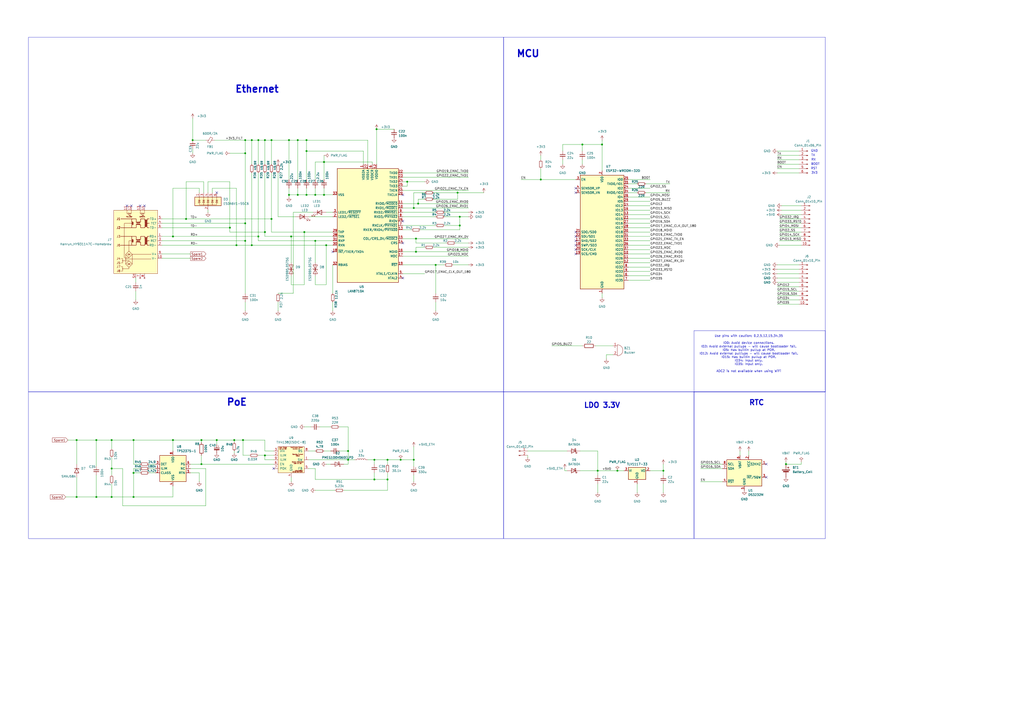
<source format=kicad_sch>
(kicad_sch (version 20231120) (generator "eeschema") (generator_version "8.0")
  (paper "A2")
  (lib_symbols
    (symbol "Connector:Conn_01x02_Pin" (pin_names (offset 1.016) hide)
      (property "Reference" "J" (at 0 2.54 0))
      (property "Value" "Conn_01x02_Pin" (at 0 -5.08 0))
      (symbol "Conn_01x02_Pin_1_1"
        (pin passive line (at 5.08 0 180) (length 3.81) (name "Pin_1") (number "1"))
        (pin passive line (at 5.08 -2.54 180) (length 3.81) (name "Pin_2") (number "2"))
      )
    )
    (symbol "Connector:Conn_01x06_Pin" (pin_names (offset 1.016) hide)
      (property "Reference" "J" (at 0 7.62 0))
      (property "Value" "Conn_01x06_Pin" (at 0 -10.16 0))
      (symbol "Conn_01x06_Pin_1_1"
        (pin passive line (at 5.08 5.08 180) (length 3.81) (name "Pin_1") (number "1"))
        (pin passive line (at 5.08 2.54 180) (length 3.81) (name "Pin_2") (number "2"))
        (pin passive line (at 5.08 0 180) (length 3.81) (name "Pin_3") (number "3"))
        (pin passive line (at 5.08 -2.54 180) (length 3.81) (name "Pin_4") (number "4"))
        (pin passive line (at 5.08 -5.08 180) (length 3.81) (name "Pin_5") (number "5"))
        (pin passive line (at 5.08 -7.62 180) (length 3.81) (name "Pin_6") (number "6"))
      )
    )
    (symbol "Connector:Conn_01x10_Pin" (pin_names (offset 1.016) hide)
      (property "Reference" "J" (at 0 12.7 0))
      (property "Value" "Conn_01x10_Pin" (at 0 -15.24 0))
      (symbol "Conn_01x10_Pin_1_1"
        (pin passive line (at 5.08 10.16 180) (length 3.81) (name "Pin_1") (number "1"))
        (pin passive line (at 5.08 -12.7 180) (length 3.81) (name "Pin_10") (number "10"))
        (pin passive line (at 5.08 7.62 180) (length 3.81) (name "Pin_2") (number "2"))
        (pin passive line (at 5.08 5.08 180) (length 3.81) (name "Pin_3") (number "3"))
        (pin passive line (at 5.08 2.54 180) (length 3.81) (name "Pin_4") (number "4"))
        (pin passive line (at 5.08 0 180) (length 3.81) (name "Pin_5") (number "5"))
        (pin passive line (at 5.08 -2.54 180) (length 3.81) (name "Pin_6") (number "6"))
        (pin passive line (at 5.08 -5.08 180) (length 3.81) (name "Pin_7") (number "7"))
        (pin passive line (at 5.08 -7.62 180) (length 3.81) (name "Pin_8") (number "8"))
        (pin passive line (at 5.08 -10.16 180) (length 3.81) (name "Pin_9") (number "9"))
      )
    )
    (symbol "Device:Battery_Cell" (pin_numbers hide) (pin_names (offset 0) hide)
      (property "Reference" "BT" (at 2.54 2.54 0))
      (property "Value" "Battery_Cell" (at 2.54 0 0))
      (symbol "Battery_Cell_1_1"
        (pin passive line (at 0 5.08 270) (length 2.54) (name "+") (number "1"))
        (pin passive line (at 0 -2.54 90) (length 2.54) (name "-") (number "2"))
      )
    )
    (symbol "Device:Buzzer" (pin_names (offset 0.0254) hide)
      (property "Reference" "BZ" (at 3.81 1.27 0))
      (property "Value" "Buzzer" (at 3.81 -1.27 0))
      (symbol "Buzzer_1_1"
        (pin passive line (at -2.54 2.54 0) (length 2.54) (name "+") (number "1"))
        (pin passive line (at -2.54 -2.54 0) (length 2.54) (name "-") (number "2"))
      )
    )
    (symbol "Device:C_Polarized_Small" (pin_numbers hide) (pin_names (offset 0.254) hide)
      (property "Reference" "C" (at 0.254 1.778 0))
      (property "Value" "C_Polarized_Small" (at 0.254 -2.032 0))
      (symbol "C_Polarized_Small_1_1"
        (pin passive line (at 0 2.54 270) (length 1.8542) (name "~") (number "1"))
        (pin passive line (at 0 -2.54 90) (length 1.8542) (name "~") (number "2"))
      )
    )
    (symbol "Device:C_Small" (pin_numbers hide) (pin_names (offset 0.254) hide)
      (property "Reference" "C" (at 0.254 1.778 0))
      (property "Value" "C_Small" (at 0.254 -2.032 0))
      (symbol "C_Small_1_1"
        (pin passive line (at 0 2.54 270) (length 2.032) (name "~") (number "1"))
        (pin passive line (at 0 -2.54 90) (length 2.032) (name "~") (number "2"))
      )
    )
    (symbol "Device:FerriteBead_Small" (pin_numbers hide) (pin_names (offset 0))
      (property "Reference" "FB" (at 1.905 1.27 0))
      (property "Value" "FerriteBead_Small" (at 1.905 -1.27 0))
      (symbol "FerriteBead_Small_1_1"
        (pin passive line (at 0 2.54 270) (length 1.27) (name "~") (number "1"))
        (pin passive line (at 0 -2.54 90) (length 1.27) (name "~") (number "2"))
      )
    )
    (symbol "Device:L" (pin_numbers hide) (pin_names (offset 1.016) hide)
      (property "Reference" "L" (at -1.27 0 90))
      (property "Value" "L" (at 1.905 0 90))
      (symbol "L_1_1"
        (pin passive line (at 0 3.81 270) (length 1.27) (name "1") (number "1"))
        (pin passive line (at 0 -3.81 90) (length 1.27) (name "2") (number "2"))
      )
    )
    (symbol "Device:LED" (pin_numbers hide) (pin_names (offset 1.016) hide)
      (property "Reference" "D" (at 0 2.54 0))
      (property "Value" "LED" (at 0 -2.54 0))
      (symbol "LED_1_1"
        (pin passive line (at -3.81 0 0) (length 2.54) (name "K") (number "1"))
        (pin passive line (at 3.81 0 180) (length 2.54) (name "A") (number "2"))
      )
    )
    (symbol "Device:R" (pin_numbers hide) (pin_names (offset 0))
      (property "Reference" "R" (at 2.032 0 90))
      (property "Value" "R" (at 0 0 90))
      (symbol "R_1_1"
        (pin passive line (at 0 3.81 270) (length 1.27) (name "~") (number "1"))
        (pin passive line (at 0 -3.81 90) (length 1.27) (name "~") (number "2"))
      )
    )
    (symbol "Device:R_Small" (pin_numbers hide) (pin_names (offset 0.254) hide)
      (property "Reference" "R" (at 0.762 0.508 0))
      (property "Value" "R_Small" (at 0.762 -1.016 0))
      (symbol "R_Small_1_1"
        (pin passive line (at 0 2.54 270) (length 0.762) (name "~") (number "1"))
        (pin passive line (at 0 -2.54 90) (length 0.762) (name "~") (number "2"))
      )
    )
    (symbol "Diode:BAT60A" (pin_numbers hide) (pin_names (offset 1.016) hide)
      (property "Reference" "D" (at 0 2.54 0))
      (property "Value" "BAT60A" (at 0 -2.54 0))
      (symbol "BAT60A_1_1"
        (pin passive line (at -3.81 0 0) (length 2.54) (name "K") (number "1"))
        (pin passive line (at 3.81 0 180) (length 2.54) (name "A") (number "2"))
      )
    )
    (symbol "Diode:ESD9B5.0ST5G" (pin_numbers hide) (pin_names (offset 1.016) hide)
      (property "Reference" "D" (at 0 2.54 0))
      (property "Value" "ESD9B5.0ST5G" (at 0 -2.54 0))
      (symbol "ESD9B5.0ST5G_1_1"
        (pin passive line (at -3.81 0 0) (length 2.54) (name "A1") (number "1"))
        (pin passive line (at 3.81 0 180) (length 2.54) (name "A2") (number "2"))
      )
    )
    (symbol "Diode:PMEG100V060ELPD" (pin_numbers hide) (pin_names hide)
      (property "Reference" "D" (at 0 2.54 0))
      (property "Value" "PMEG100V060ELPD" (at 0 -2.54 0))
      (symbol "PMEG100V060ELPD_1_1"
        (pin passive line (at 3.81 0 180) (length 2.54) (name "A") (number "1"))
        (pin passive line (at 3.81 0 180) (length 2.54) hide (name "A") (number "2"))
        (pin passive line (at -3.81 0 0) (length 2.54) (name "K") (number "3"))
      )
    )
    (symbol "Diode:SMAJ58A" (pin_numbers hide) (pin_names (offset 1.016) hide)
      (property "Reference" "D" (at 0 2.54 0))
      (property "Value" "SMAJ58A" (at 0 -2.54 0))
      (symbol "SMAJ58A_1_1"
        (pin passive line (at -3.81 0 0) (length 2.54) (name "A1") (number "1"))
        (pin passive line (at 3.81 0 180) (length 2.54) (name "A2") (number "2"))
      )
    )
    (symbol "ESP32-PoE_Rev_L:TX4138(ESOIC-8)" (pin_names (offset 1.016))
      (property "Reference" "U" (at 0 11.43 0))
      (property "Value" "TX4138(ESOIC-8)" (at 0 8.89 0))
      (symbol "TX4138(ESOIC-8)_0_0"
        (text "0.8V to 40V" (at 3.81 -2.159 0) (effects (font (size 0.508 0.508))))
        (text "4.5V to 60V" (at -4.826 6.35 0) (effects (font (size 0.508 0.508))))
        (text "400uA" (at 3.81 2.286 0) (effects (font (size 0.508 0.508))))
        (text "Continuous Output" (at 3.175 7.239 0) (effects (font (size 0.508 0.508))))
        (text "Current 4A " (at 3.175 6.35 0) (effects (font (size 0.508 0.508))))
        (text "IBIAS(FB)=10nA" (at 3.683 -6.985 0) (effects (font (size 0.508 0.508))))
        (text "Input Range" (at -4.826 7.239 0) (effects (font (size 0.508 0.508))))
        (text "Output Adjustable" (at 3.81 -1.27 0) (effects (font (size 0.508 0.508))))
        (text "Standby Current" (at 3.81 3.175 0) (effects (font (size 0.508 0.508))))
        (text "VFB=0.805V" (at 4.445 -6.35 0) (effects (font (size 0.508 0.508))))
      )
      (symbol "TX4138(ESOIC-8)_1_1"
        (pin output line (at 10.16 0 180) (length 2.54) (name "SW") (number "1"))
        (pin input line (at -10.16 2.54 0) (length 2.54) (name "ILIM") (number "2"))
        (pin power_in line (at -10.16 5.08 0) (length 2.54) (name "Vin") (number "3"))
        (pin power_in line (at 0 -10.16 90) (length 2.54) (name "GND") (number "4"))
        (pin input line (at 10.16 -5.08 180) (length 2.54) (name "FB") (number "5"))
        (pin input line (at -10.16 -2.54 0) (length 2.54) (name "EN") (number "6"))
        (pin open_collector line (at -10.16 -5.08 0) (length 2.54) (name "POK") (number "7"))
        (pin passive line (at 10.16 5.08 180) (length 2.54) (name "BS") (number "8"))
        (pin input line (at -10.16 0 0) (length 2.54) (name "ILIM") (number "9"))
      )
    )
    (symbol "HB-RF-ETH-rescue:Hanrun_HY931147C-Homebrew"
      (property "Reference" "J7" (at -13.97 -4.4449 0))
      (property "Value" "Hanrun_HY931147C-Homebrew" (at -13.97 -6.9849 0))
      (symbol "Hanrun_HY931147C-Homebrew_0_0"
        (text "GREEN" (at 3.81 8.89 0) (effects (font (size 0.635 0.635))))
        (text "J1" (at -11.176 7.62 0) (effects (font (size 1.27 1.27)) (justify left)))
        (text "J1" (at -11.176 7.62 0) (effects (font (size 1.27 1.27)) (justify left)))
        (text "J2" (at -11.176 2.54 0) (effects (font (size 1.27 1.27)) (justify left)))
        (text "J2" (at -11.176 2.54 0) (effects (font (size 1.27 1.27)) (justify left)))
        (text "J3" (at -11.176 -2.54 0) (effects (font (size 1.27 1.27)) (justify left)))
        (text "J4" (at -11.176 -15.367 0) (effects (font (size 1.27 1.27)) (justify left)))
        (text "J5" (at -11.176 -17.907 0) (effects (font (size 1.27 1.27)) (justify left)))
        (text "J6" (at -11.176 -7.62 0) (effects (font (size 1.27 1.27)) (justify left)))
        (text "J7" (at -11.176 -20.066 0) (effects (font (size 1.27 1.27)) (justify left)))
        (text "J8" (at -11.176 -22.606 0) (effects (font (size 1.27 1.27)) (justify left)))
        (text "YELLOW" (at -3.81 8.89 0) (effects (font (size 0.635 0.635))))
      )
      (symbol "Hanrun_HY931147C-Homebrew_1_0"
        (pin no_connect line (at 2.54 -26.67 90) (length 2.54) (name "") (number "7"))
        (pin no_connect line (at 5.08 -26.67 90) (length 2.54) (name "") (number "8"))
      )
      (symbol "Hanrun_HY931147C-Homebrew_1_1"
        (pin passive line (at 15.24 -2.54 180) (length 2.54) (name "RD+") (number "1"))
        (pin power_out line (at 15.24 -15.24 180) (length 2.54) (name "V-") (number "10"))
        (pin passive line (at -5.08 15.24 270) (length 2.54) (name "~") (number "11"))
        (pin passive line (at -2.54 15.24 270) (length 2.54) (name "~") (number "12"))
        (pin passive line (at 2.54 15.24 270) (length 2.54) (name "~") (number "13"))
        (pin passive line (at 5.08 15.24 270) (length 2.54) (name "~") (number "14"))
        (pin passive line (at 15.24 -7.62 180) (length 2.54) (name "RD-") (number "2"))
        (pin passive line (at 15.24 -5.08 180) (length 2.54) (name "RCT") (number "3"))
        (pin passive line (at 15.24 5.08 180) (length 2.54) (name "TCT") (number "4"))
        (pin passive line (at 15.24 7.62 180) (length 2.54) (name "TD+") (number "5"))
        (pin passive line (at 15.24 2.54 180) (length 2.54) (name "TD-") (number "6"))
        (pin power_out line (at 15.24 -12.7 180) (length 2.54) (name "V+") (number "9"))
        (pin passive line (at 0 -26.67 90) (length 2.54) (name "~") (number "SH"))
      )
    )
    (symbol "Interface_Ethernet:LAN8710A"
      (property "Reference" "U5" (at 2.1941 -35.56 0))
      (property "Value" "LAN8710A" (at 2.1941 -38.1 0))
      (symbol "LAN8710A_1_1"
        (pin power_in line (at 2.54 35.56 270) (length 2.54) (name "VDD2A") (number "1"))
        (pin bidirectional line (at -20.32 10.16 0) (length 2.54) (name "RXD1/~{MODE1}") (number "10"))
        (pin bidirectional line (at -20.32 12.7 0) (length 2.54) (name "RXD0/~{MODE0}") (number "11"))
        (pin power_in line (at -5.08 35.56 270) (length 2.54) (name "VDDIO") (number "12"))
        (pin bidirectional line (at -20.32 -2.54 0) (length 2.54) (name "RXER/RXD4/~{PHYAD0}") (number "13"))
        (pin output line (at -20.32 -10.16 0) (length 2.54) (name "CRS") (number "14"))
        (pin bidirectional line (at -20.32 -7.62 0) (length 2.54) (name "COL/CRS_DV/~{MODE2}") (number "15"))
        (pin bidirectional line (at -20.32 -15.24 0) (length 2.54) (name "MDIO") (number "16"))
        (pin input line (at -20.32 -17.78 0) (length 2.54) (name "MDC") (number "17"))
        (pin bidirectional line (at 20.32 -15.24 180) (length 2.54) (name "~{INT}/TXER/TXD4") (number "18"))
        (pin input line (at -20.32 -22.86 0) (length 2.54) (name "~{RST}") (number "19"))
        (pin bidirectional line (at 20.32 5.08 180) (length 2.54) (name "LED2/~{INTSEL}") (number "2"))
        (pin output line (at -20.32 17.78 0) (length 2.54) (name "TXCLK") (number "20"))
        (pin input line (at -20.32 20.32 0) (length 2.54) (name "TXEN") (number "21"))
        (pin input line (at -20.32 30.48 0) (length 2.54) (name "TXD0") (number "22"))
        (pin input line (at -20.32 27.94 0) (length 2.54) (name "TXD1") (number "23"))
        (pin input line (at -20.32 25.4 0) (length 2.54) (name "TXD2") (number "24"))
        (pin input line (at -20.32 22.86 0) (length 2.54) (name "TXD3") (number "25"))
        (pin output line (at -20.32 2.54 0) (length 2.54) (name "RXDV") (number "26"))
        (pin power_in line (at 0 35.56 270) (length 2.54) (name "VDD1A") (number "27"))
        (pin bidirectional line (at 20.32 -6.35 180) (length 2.54) (name "TXN") (number "28"))
        (pin bidirectional line (at 20.32 -3.81 180) (length 2.54) (name "TXP") (number "29"))
        (pin bidirectional line (at 20.32 7.62 180) (length 2.54) (name "LED1/~{REGOFF}") (number "3"))
        (pin bidirectional line (at 20.32 -11.43 180) (length 2.54) (name "RXN") (number "30"))
        (pin bidirectional line (at 20.32 -8.89 180) (length 2.54) (name "RXP") (number "31"))
        (pin passive line (at 20.32 -22.86 180) (length 2.54) (name "RBIAS") (number "32"))
        (pin power_in line (at 20.32 17.78 180) (length 2.54) (name "VSS") (number "33"))
        (pin output line (at -20.32 -30.48 0) (length 2.54) (name "XTAL2") (number "4"))
        (pin input line (at -20.32 -27.94 0) (length 2.54) (name "XTAL1/CLKIN") (number "5"))
        (pin power_in line (at -2.54 35.56 270) (length 2.54) (name "VDDCR") (number "6"))
        (pin bidirectional line (at -20.32 0 0) (length 2.54) (name "RXCLK/~{PHYAD1}") (number "7"))
        (pin bidirectional line (at -20.32 5.08 0) (length 2.54) (name "RXD3/~{PHYAD2}") (number "8"))
        (pin bidirectional line (at -20.32 7.62 0) (length 2.54) (name "RXD2/~{RMIISEL}") (number "9"))
      )
    )
    (symbol "Power_Protection:ESDA6V1-5SC6" (pin_names hide)
      (property "Reference" "D" (at -5.08 -3.81 0))
      (property "Value" "ESDA6V1-5SC6" (at 2.54 -3.81 0))
      (symbol "ESDA6V1-5SC6_0_0"
        (pin passive line (at 0 -5.08 90) (length 2.54) (name "GND") (number "2"))
      )
      (symbol "ESDA6V1-5SC6_1_1"
        (pin passive line (at -5.08 5.08 270) (length 2.54) (name "IO1") (number "1"))
        (pin passive line (at -2.54 5.08 270) (length 2.54) (name "IO2") (number "3"))
        (pin passive line (at 0 5.08 270) (length 2.54) (name "IO3") (number "4"))
        (pin passive line (at 2.54 5.08 270) (length 2.54) (name "IO4") (number "5"))
        (pin passive line (at 5.08 5.08 270) (length 2.54) (name "IO5") (number "6"))
      )
    )
    (symbol "RF_Module:ESP32-WROOM-32D"
      (property "Reference" "U" (at -12.7 34.29 0))
      (property "Value" "ESP32-WROOM-32D" (at 1.27 34.29 0))
      (symbol "ESP32-WROOM-32D_1_1"
        (pin power_in line (at 0 -35.56 90) (length 2.54) (name "GND") (number "1"))
        (pin bidirectional line (at 15.24 -12.7 180) (length 2.54) (name "IO25") (number "10"))
        (pin bidirectional line (at 15.24 -15.24 180) (length 2.54) (name "IO26") (number "11"))
        (pin bidirectional line (at 15.24 -17.78 180) (length 2.54) (name "IO27") (number "12"))
        (pin bidirectional line (at 15.24 10.16 180) (length 2.54) (name "IO14") (number "13"))
        (pin bidirectional line (at 15.24 15.24 180) (length 2.54) (name "IO12") (number "14"))
        (pin passive line (at 0 -35.56 90) (length 2.54) hide (name "GND") (number "15"))
        (pin bidirectional line (at 15.24 12.7 180) (length 2.54) (name "IO13") (number "16"))
        (pin bidirectional line (at -15.24 -5.08 0) (length 2.54) (name "SHD/SD2") (number "17"))
        (pin bidirectional line (at -15.24 -7.62 0) (length 2.54) (name "SWP/SD3") (number "18"))
        (pin bidirectional line (at -15.24 -12.7 0) (length 2.54) (name "SCS/CMD") (number "19"))
        (pin power_in line (at 0 35.56 270) (length 2.54) (name "VDD") (number "2"))
        (pin bidirectional line (at -15.24 -10.16 0) (length 2.54) (name "SCK/CLK") (number "20"))
        (pin bidirectional line (at -15.24 0 0) (length 2.54) (name "SDO/SD0") (number "21"))
        (pin bidirectional line (at -15.24 -2.54 0) (length 2.54) (name "SDI/SD1") (number "22"))
        (pin bidirectional line (at 15.24 7.62 180) (length 2.54) (name "IO15") (number "23"))
        (pin bidirectional line (at 15.24 25.4 180) (length 2.54) (name "IO2") (number "24"))
        (pin bidirectional line (at 15.24 30.48 180) (length 2.54) (name "IO0") (number "25"))
        (pin bidirectional line (at 15.24 20.32 180) (length 2.54) (name "IO4") (number "26"))
        (pin bidirectional line (at 15.24 5.08 180) (length 2.54) (name "IO16") (number "27"))
        (pin bidirectional line (at 15.24 2.54 180) (length 2.54) (name "IO17") (number "28"))
        (pin bidirectional line (at 15.24 17.78 180) (length 2.54) (name "IO5") (number "29"))
        (pin input line (at -15.24 30.48 0) (length 2.54) (name "EN") (number "3"))
        (pin bidirectional line (at 15.24 0 180) (length 2.54) (name "IO18") (number "30"))
        (pin bidirectional line (at 15.24 -2.54 180) (length 2.54) (name "IO19") (number "31"))
        (pin no_connect line (at -12.7 -27.94 0) (length 2.54) hide (name "NC") (number "32"))
        (pin bidirectional line (at 15.24 -5.08 180) (length 2.54) (name "IO21") (number "33"))
        (pin bidirectional line (at 15.24 22.86 180) (length 2.54) (name "RXD0/IO3") (number "34"))
        (pin bidirectional line (at 15.24 27.94 180) (length 2.54) (name "TXD0/IO1") (number "35"))
        (pin bidirectional line (at 15.24 -7.62 180) (length 2.54) (name "IO22") (number "36"))
        (pin bidirectional line (at 15.24 -10.16 180) (length 2.54) (name "IO23") (number "37"))
        (pin passive line (at 0 -35.56 90) (length 2.54) hide (name "GND") (number "38"))
        (pin passive line (at 0 -35.56 90) (length 2.54) hide (name "GND") (number "39"))
        (pin input line (at -15.24 25.4 0) (length 2.54) (name "SENSOR_VP") (number "4"))
        (pin input line (at -15.24 22.86 0) (length 2.54) (name "SENSOR_VN") (number "5"))
        (pin input line (at 15.24 -25.4 180) (length 2.54) (name "IO34") (number "6"))
        (pin input line (at 15.24 -27.94 180) (length 2.54) (name "IO35") (number "7"))
        (pin bidirectional line (at 15.24 -20.32 180) (length 2.54) (name "IO32") (number "8"))
        (pin bidirectional line (at 15.24 -22.86 180) (length 2.54) (name "IO33") (number "9"))
      )
    )
    (symbol "Regulator_Controller:TPS2375-1"
      (property "Reference" "U8" (at 2.1941 12.7 0))
      (property "Value" "TPS2375-1" (at 2.1941 10.16 0))
      (symbol "TPS2375-1_1_1"
        (pin passive line (at -10.16 0 0) (length 2.54) (name "ILIM") (number "1"))
        (pin passive line (at -10.16 -2.54 0) (length 2.54) (name "CLASS") (number "2"))
        (pin passive line (at -10.16 2.54 0) (length 2.54) (name "DET") (number "3"))
        (pin power_in line (at 0 -10.16 90) (length 2.54) (name "VSS") (number "4"))
        (pin power_out line (at 10.16 -2.54 180) (length 2.54) (name "RTN") (number "5"))
        (pin open_collector line (at 10.16 2.54 180) (length 2.54) (name "PG") (number "6"))
        (pin input line (at 10.16 0 180) (length 2.54) (name "NC") (number "7"))
        (pin power_in line (at 0 10.16 270) (length 2.54) (name "VDD") (number "8"))
      )
    )
    (symbol "Regulator_Linear:TLV1117-33" (pin_names (offset 0.254))
      (property "Reference" "U" (at -3.81 3.175 0))
      (property "Value" "TLV1117-33" (at 0 3.175 0))
      (symbol "TLV1117-33_1_1"
        (pin power_in line (at 0 -7.62 90) (length 2.54) (name "GND") (number "1"))
        (pin power_out line (at 7.62 0 180) (length 2.54) (name "VO") (number "2"))
        (pin power_in line (at -7.62 0 0) (length 2.54) (name "VI") (number "3"))
      )
    )
    (symbol "Timer_RTC:DS3232M"
      (property "Reference" "U1" (at 2.1941 -10.16 0))
      (property "Value" "DS3232M" (at 2.1941 -12.7 0))
      (symbol "DS3232M_1_1"
        (pin output line (at 12.7 5.08 180) (length 2.54) (name "32KHZ") (number "1"))
        (pin power_in line (at 2.54 10.16 270) (length 2.54) (name "VCC") (number "2"))
        (pin open_collector line (at 12.7 -2.54 180) (length 2.54) (name "~{INT}/SQW") (number "3"))
        (pin bidirectional line (at -12.7 -5.08 0) (length 2.54) (name "~{RST}") (number "4"))
        (pin power_in line (at 0 -10.16 90) (length 2.54) (name "GND") (number "5"))
        (pin power_in line (at -2.54 10.16 270) (length 2.54) (name "VBAT") (number "6"))
        (pin bidirectional line (at -12.7 2.54 0) (length 2.54) (name "SDA") (number "7"))
        (pin input line (at -12.7 5.08 0) (length 2.54) (name "SCL") (number "8"))
      )
    )
    (symbol "power:+3.3V" (power) (pin_numbers hide) (pin_names (offset 0) hide)
      (property "Value" "+3.3V" (at 0 3.556 0))
      (symbol "+3.3V_1_1"
        (pin power_in line (at 0 0 90) (length 0) (name "~") (number "1"))
      )
    )
    (symbol "power:+3V3" (power) (pin_numbers hide) (pin_names (offset 0) hide)
      (property "Value" "+3V3" (at 0 3.556 0))
      (symbol "+3V3_1_1"
        (pin power_in line (at 0 0 90) (length 0) (name "~") (number "1"))
      )
    )
    (symbol "power:+5VP" (power) (pin_numbers hide) (pin_names (offset 0) hide)
      (property "Value" "+5VP" (at 0 3.556 0))
      (symbol "+5VP_1_1"
        (pin power_in line (at 0 0 90) (length 0) (name "~") (number "1"))
      )
    )
    (symbol "power:GND" (power) (pin_numbers hide) (pin_names (offset 0) hide)
      (property "Value" "GND" (at 0 -3.81 0))
      (symbol "GND_1_1"
        (pin power_in line (at 0 0 270) (length 0) (name "~") (number "1"))
      )
    )
    (symbol "power:PWR_FLAG" (power) (pin_numbers hide) (pin_names (offset 0) hide)
      (property "Value" "PWR_FLAG" (at 0 3.81 0))
      (symbol "PWR_FLAG_0_0"
        (pin power_out line (at 0 0 90) (length 0) (name "~") (number "1"))
      )
    )
  )
  (junction (at 111.76 81.28))
  (junction (at 242.57 118.11))
  (junction (at 349.25 83.82))
  (junction (at 77.47 288.29))
  (junction (at 358.14 273.05))
  (junction (at 64.77 255.27))
  (junction (at 149.86 137.16))
  (junction (at 337.82 83.82))
  (junction (at 168.91 137.16))
  (junction (at 149.86 81.28))
  (junction (at 182.88 139.7))
  (junction (at 107.95 127))
  (junction (at 455.93 269.24))
  (junction (at 100.33 137.16))
  (junction (at 44.45 255.27))
  (junction (at 55.88 288.29))
  (junction (at 142.24 129.54))
  (junction (at 153.67 134.62))
  (junction (at 346.71 273.05))
  (junction (at 125.73 255.27))
  (junction (at 146.05 81.28))
  (junction (at 252.73 153.67))
  (junction (at 201.93 261.62))
  (junction (at 224.79 266.7))
  (junction (at 176.53 134.62))
  (junction (at 177.8 87.63))
  (junction (at 153.67 264.16))
  (junction (at 55.88 255.27))
  (junction (at 153.67 81.28))
  (junction (at 157.48 81.28))
  (junction (at 232.41 266.7))
  (junction (at 182.88 113.03))
  (junction (at 100.33 255.27))
  (junction (at 189.23 142.24))
  (junction (at 146.05 142.24))
  (junction (at 218.44 74.93))
  (junction (at 44.45 288.29))
  (junction (at 236.22 105.41))
  (junction (at 313.69 104.14))
  (junction (at 384.81 273.05))
  (junction (at 167.64 81.28))
  (junction (at 217.17 266.7))
  (junction (at 64.77 288.29))
  (junction (at 266.7 130.81))
  (junction (at 224.79 278.13))
  (junction (at 266.7 125.73))
  (junction (at 172.72 81.28))
  (junction (at 201.93 266.7))
  (junction (at 64.77 271.78))
  (junction (at 135.89 255.27))
  (junction (at 187.96 93.98))
  (junction (at 77.47 274.32))
  (junction (at 187.96 113.03))
  (junction (at 240.03 120.65))
  (junction (at 172.72 113.03))
  (junction (at 167.64 113.03))
  (junction (at 116.84 269.24))
  (junction (at 140.97 255.27))
  (junction (at 157.48 127))
  (junction (at 137.16 142.24))
  (junction (at 133.35 132.08))
  (junction (at 142.24 139.7))
  (junction (at 240.03 266.7))
  (junction (at 177.8 81.28))
  (junction (at 116.84 255.27))
  (junction (at 142.24 88.9))
  (junction (at 142.24 81.28))
  (junction (at 77.47 255.27))
  (junction (at 241.3 138.43))
  (junction (at 241.3 146.05))
  (junction (at 177.8 113.03))
  (junction (at 265.43 111.76))
  (junction (at 217.17 278.13))
  (no_connect (at 193.04 146.05))
  (no_connect (at 233.68 128.27))
  (no_connect (at 334.01 147.32))
  (no_connect (at 334.01 139.7))
  (no_connect (at 76.2 119.38))
  (no_connect (at 334.01 142.24))
  (no_connect (at 73.66 119.38))
  (no_connect (at 81.28 119.38))
  (no_connect (at 334.01 134.62))
  (no_connect (at 334.01 109.22))
  (no_connect (at 444.5 276.86))
  (no_connect (at 125.73 111.76))
  (no_connect (at 233.68 140.97))
  (no_connect (at 83.82 119.38))
  (no_connect (at 334.01 111.76))
  (no_connect (at 334.01 137.16))
  (no_connect (at 334.01 144.78))
  (no_connect (at 444.5 269.24))
  (no_connect (at 158.75 271.78))
  (no_connect (at 233.68 113.03))
  (no_connect (at 233.68 161.29))
  (wire (pts (xy 157.48 134.62) (xy 176.53 134.62)))
  (wire (pts (xy 327.66 271.78) (xy 327.66 273.05)))
  (wire (pts (xy 384.81 273.05) (xy 384.81 275.59)))
  (wire (pts (xy 157.48 81.28) (xy 157.48 95.25)))
  (wire (pts (xy 217.17 278.13) (xy 217.17 274.32)))
  (wire (pts (xy 251.46 115.57) (xy 265.43 115.57)))
  (wire (pts (xy 149.86 81.28) (xy 153.67 81.28)))
  (wire (pts (xy 189.23 123.19) (xy 193.04 123.19)))
  (wire (pts (xy 177.8 109.22) (xy 177.8 113.03)))
  (wire (pts (xy 336.55 261.62) (xy 346.71 261.62)))
  (wire (pts (xy 123.19 109.22) (xy 137.16 109.22)))
  (wire (pts (xy 306.07 261.62) (xy 328.93 261.62)))
  (wire (pts (xy 464.82 269.24) (xy 464.82 267.97)))
  (wire (pts (xy 153.67 81.28) (xy 157.48 81.28)))
  (wire (pts (xy 100.33 255.27) (xy 116.84 255.27)))
  (wire (pts (xy 168.91 137.16) (xy 168.91 152.4)))
  (wire (pts (xy 452.12 127) (xy 464.82 127)))
  (wire (pts (xy 64.77 265.43) (xy 64.77 271.78)))
  (wire (pts (xy 349.25 170.18) (xy 349.25 172.72)))
  (wire (pts (xy 455.93 269.24) (xy 464.82 269.24)))
  (wire (pts (xy 133.35 134.62) (xy 153.67 134.62)))
  (wire (pts (xy 146.05 81.28) (xy 149.86 81.28)))
  (wire (pts (xy 327.66 273.05) (xy 328.93 273.05)))
  (wire (pts (xy 374.65 111.76) (xy 388.62 111.76)))
  (wire (pts (xy 364.49 160.02) (xy 377.19 160.02)))
  (wire (pts (xy 240.03 259.08) (xy 240.03 266.7)))
  (wire (pts (xy 86.36 274.32) (xy 90.17 274.32)))
  (wire (pts (xy 179.07 261.62) (xy 182.88 261.62)))
  (wire (pts (xy 224.79 278.13) (xy 224.79 284.48)))
  (wire (pts (xy 55.88 255.27) (xy 55.88 270.51)))
  (wire (pts (xy 93.98 147.32) (xy 110.49 147.32)))
  (wire (pts (xy 100.33 109.22) (xy 100.33 137.16)))
  (wire (pts (xy 111.76 86.36) (xy 111.76 88.9)))
  (wire (pts (xy 100.33 255.27) (xy 100.33 261.62)))
  (wire (pts (xy 450.85 95.25) (xy 463.55 95.25)))
  (wire (pts (xy 135.89 255.27) (xy 140.97 255.27)))
  (wire (pts (xy 377.19 119.38) (xy 364.49 119.38)))
  (wire (pts (xy 133.35 88.9) (xy 142.24 88.9)))
  (wire (pts (xy 107.95 127) (xy 157.48 127)))
  (wire (pts (xy 187.96 109.22) (xy 187.96 113.03)))
  (wire (pts (xy 142.24 88.9) (xy 142.24 129.54)))
  (wire (pts (xy 364.49 139.7) (xy 377.19 139.7)))
  (wire (pts (xy 224.79 266.7) (xy 224.79 269.24)))
  (wire (pts (xy 110.49 269.24) (xy 116.84 269.24)))
  (wire (pts (xy 210.82 95.25) (xy 210.82 87.63)))
  (wire (pts (xy 135.89 255.27) (xy 135.89 256.54)))
  (wire (pts (xy 187.96 93.98) (xy 187.96 90.17)))
  (wire (pts (xy 429.26 264.16) (xy 429.26 261.62)))
  (wire (pts (xy 241.3 146.05) (xy 271.78 146.05)))
  (wire (pts (xy 218.44 74.93) (xy 228.6 74.93)))
  (wire (pts (xy 116.84 255.27) (xy 125.73 255.27)))
  (wire (pts (xy 201.93 266.7) (xy 205.74 266.7)))
  (wire (pts (xy 364.49 154.94) (xy 377.19 154.94)))
  (wire (pts (xy 142.24 175.26) (xy 142.24 180.34)))
  (wire (pts (xy 196.85 247.65) (xy 201.93 247.65)))
  (wire (pts (xy 177.8 81.28) (xy 177.8 87.63)))
  (wire (pts (xy 125.73 255.27) (xy 125.73 257.81)))
  (wire (pts (xy 213.36 266.7) (xy 217.17 266.7)))
  (wire (pts (xy 364.49 127) (xy 377.19 127)))
  (wire (pts (xy 450.85 100.33) (xy 463.55 100.33)))
  (wire (pts (xy 233.68 133.35) (xy 238.76 133.35)))
  (wire (pts (xy 44.45 276.86) (xy 44.45 288.29)))
  (wire (pts (xy 351.79 205.74) (xy 355.6 205.74)))
  (wire (pts (xy 364.49 152.4) (xy 377.19 152.4)))
  (wire (pts (xy 450.85 87.63) (xy 463.55 87.63)))
  (wire (pts (xy 232.41 266.7) (xy 240.03 266.7)))
  (wire (pts (xy 140.97 255.27) (xy 153.67 255.27)))
  (wire (pts (xy 153.67 264.16) (xy 158.75 264.16)))
  (wire (pts (xy 170.18 123.19) (xy 170.18 170.18)))
  (wire (pts (xy 266.7 125.73) (xy 271.78 125.73)))
  (wire (pts (xy 364.49 114.3) (xy 377.19 114.3)))
  (wire (pts (xy 187.96 261.62) (xy 191.77 261.62)))
  (wire (pts (xy 44.45 288.29) (xy 55.88 288.29)))
  (wire (pts (xy 182.88 271.78) (xy 179.07 271.78)))
  (wire (pts (xy 86.36 269.24) (xy 90.17 269.24)))
  (wire (pts (xy 450.85 168.91) (xy 463.55 168.91)))
  (wire (pts (xy 201.93 247.65) (xy 201.93 261.62)))
  (wire (pts (xy 377.19 116.84) (xy 364.49 116.84)))
  (wire (pts (xy 176.53 134.62) (xy 176.53 165.1)))
  (wire (pts (xy 167.64 113.03) (xy 172.72 113.03)))
  (wire (pts (xy 242.57 115.57) (xy 242.57 118.11)))
  (wire (pts (xy 161.29 175.26) (xy 161.29 180.34)))
  (wire (pts (xy 149.86 264.16) (xy 153.67 264.16)))
  (wire (pts (xy 251.46 111.76) (xy 265.43 111.76)))
  (wire (pts (xy 233.68 138.43) (xy 241.3 138.43)))
  (wire (pts (xy 38.1 288.29) (xy 44.45 288.29)))
  (wire (pts (xy 193.04 142.24) (xy 189.23 142.24)))
  (wire (pts (xy 450.85 176.53) (xy 463.55 176.53)))
  (wire (pts (xy 182.88 93.98) (xy 182.88 104.14)))
  (wire (pts (xy 452.12 142.24) (xy 464.82 142.24)))
  (wire (pts (xy 107.95 105.41) (xy 107.95 127)))
  (wire (pts (xy 157.48 100.33) (xy 157.48 127)))
  (wire (pts (xy 55.88 255.27) (xy 64.77 255.27)))
  (wire (pts (xy 161.29 125.73) (xy 171.45 125.73)))
  (wire (pts (xy 240.03 275.59) (xy 240.03 279.4)))
  (wire (pts (xy 182.88 109.22) (xy 182.88 113.03)))
  (wire (pts (xy 86.36 271.78) (xy 90.17 271.78)))
  (wire (pts (xy 406.4 279.4) (xy 419.1 279.4)))
  (wire (pts (xy 176.53 247.65) (xy 180.34 247.65)))
  (wire (pts (xy 364.49 124.46) (xy 377.19 124.46)))
  (wire (pts (xy 349.25 83.82) (xy 349.25 99.06)))
  (wire (pts (xy 187.96 93.98) (xy 187.96 104.14)))
  (wire (pts (xy 93.98 137.16) (xy 100.33 137.16)))
  (wire (pts (xy 189.23 165.1) (xy 182.88 165.1)))
  (wire (pts (xy 241.3 140.97) (xy 259.08 140.97)))
  (wire (pts (xy 217.17 269.24) (xy 217.17 266.7)))
  (wire (pts (xy 240.03 266.7) (xy 240.03 270.51)))
  (wire (pts (xy 39.37 255.27) (xy 44.45 255.27)))
  (wire (pts (xy 187.96 93.98) (xy 215.9 93.98)))
  (wire (pts (xy 177.8 87.63) (xy 177.8 104.14)))
  (wire (pts (xy 346.71 273.05) (xy 346.71 275.59)))
  (wire (pts (xy 140.97 255.27) (xy 140.97 264.16)))
  (wire (pts (xy 241.3 138.43) (xy 271.78 138.43)))
  (wire (pts (xy 364.49 134.62) (xy 377.19 134.62)))
  (wire (pts (xy 364.49 106.68) (xy 369.57 106.68)))
  (wire (pts (xy 177.8 81.28) (xy 213.36 81.28)))
  (wire (pts (xy 137.16 109.22) (xy 137.16 142.24)))
  (wire (pts (xy 153.67 81.28) (xy 153.67 95.25)))
  (wire (pts (xy 252.73 153.67) (xy 252.73 170.18)))
  (wire (pts (xy 241.3 143.51) (xy 246.38 143.51)))
  (wire (pts (xy 201.93 261.62) (xy 201.93 266.7)))
  (wire (pts (xy 265.43 115.57) (xy 265.43 111.76)))
  (wire (pts (xy 346.71 280.67) (xy 346.71 285.75)))
  (wire (pts (xy 364.49 162.56) (xy 377.19 162.56)))
  (wire (pts (xy 182.88 278.13) (xy 182.88 271.78)))
  (wire (pts (xy 346.71 273.05) (xy 358.14 273.05)))
  (wire (pts (xy 77.47 255.27) (xy 77.47 269.24)))
  (wire (pts (xy 450.85 97.79) (xy 463.55 97.79)))
  (wire (pts (xy 170.18 170.18) (xy 161.29 170.18)))
  (wire (pts (xy 149.86 139.7) (xy 149.86 137.16)))
  (wire (pts (xy 257.81 130.81) (xy 266.7 130.81)))
  (wire (pts (xy 364.49 129.54) (xy 377.19 129.54)))
  (wire (pts (xy 140.97 264.16) (xy 144.78 264.16)))
  (wire (pts (xy 100.33 281.94) (xy 100.33 288.29)))
  (wire (pts (xy 251.46 143.51) (xy 271.78 143.51)))
  (wire (pts (xy 182.88 284.48) (xy 194.31 284.48)))
  (wire (pts (xy 64.77 271.78) (xy 64.77 275.59)))
  (wire (pts (xy 110.49 274.32) (xy 115.57 274.32)))
  (wire (pts (xy 252.73 153.67) (xy 257.81 153.67)))
  (wire (pts (xy 302.26 104.14) (xy 313.69 104.14)))
  (wire (pts (xy 100.33 137.16) (xy 149.86 137.16)))
  (wire (pts (xy 313.69 97.79) (xy 313.69 104.14)))
  (wire (pts (xy 71.12 271.78) (xy 64.77 271.78)))
  (wire (pts (xy 201.93 266.7) (xy 201.93 269.24)))
  (wire (pts (xy 187.96 113.03) (xy 193.04 113.03)))
  (wire (pts (xy 168.91 137.16) (xy 193.04 137.16)))
  (wire (pts (xy 161.29 100.33) (xy 161.29 125.73)))
  (wire (pts (xy 224.79 274.32) (xy 224.79 278.13)))
  (wire (pts (xy 217.17 266.7) (xy 224.79 266.7)))
  (wire (pts (xy 120.65 105.41) (xy 120.65 111.76)))
  (wire (pts (xy 346.71 261.62) (xy 346.71 273.05)))
  (wire (pts (xy 167.64 113.03) (xy 167.64 114.3)))
  (wire (pts (xy 406.4 271.78) (xy 419.1 271.78)))
  (wire (pts (xy 240.03 111.76) (xy 246.38 111.76)))
  (wire (pts (xy 149.86 81.28) (xy 149.86 95.25)))
  (wire (pts (xy 189.23 269.24) (xy 191.77 269.24)))
  (wire (pts (xy 153.67 261.62) (xy 158.75 261.62)))
  (wire (pts (xy 201.93 266.7) (xy 179.07 266.7)))
  (wire (pts (xy 153.67 137.16) (xy 168.91 137.16)))
  (wire (pts (xy 450.85 166.37) (xy 463.55 166.37)))
  (wire (pts (xy 450.85 171.45) (xy 463.55 171.45)))
  (wire (pts (xy 215.9 95.25) (xy 215.9 93.98)))
  (wire (pts (xy 182.88 165.1) (xy 182.88 160.02)))
  (wire (pts (xy 452.12 139.7) (xy 464.82 139.7)))
  (wire (pts (xy 452.12 134.62) (xy 464.82 134.62)))
  (wire (pts (xy 337.82 83.82) (xy 337.82 87.63)))
  (wire (pts (xy 453.39 124.46) (xy 464.82 124.46)))
  (wire (pts (xy 369.57 280.67) (xy 369.57 285.75)))
  (wire (pts (xy 364.49 149.86) (xy 377.19 149.86)))
  (wire (pts (xy 345.44 200.66) (xy 355.6 200.66)))
  (wire (pts (xy 93.98 132.08) (xy 133.35 132.08)))
  (wire (pts (xy 224.79 266.7) (xy 232.41 266.7)))
  (wire (pts (xy 77.47 269.24) (xy 81.28 269.24)))
  (wire (pts (xy 135.89 261.62) (xy 135.89 262.89)))
  (wire (pts (xy 233.68 102.87) (xy 271.78 102.87)))
  (wire (pts (xy 241.3 138.43) (xy 241.3 140.97)))
  (wire (pts (xy 374.65 106.68) (xy 388.62 106.68)))
  (wire (pts (xy 364.49 157.48) (xy 377.19 157.48)))
  (wire (pts (xy 64.77 255.27) (xy 77.47 255.27)))
  (wire (pts (xy 110.49 271.78) (xy 119.38 271.78)))
  (wire (pts (xy 233.68 158.75) (xy 246.38 158.75)))
  (wire (pts (xy 434.34 261.62) (xy 434.34 264.16)))
  (wire (pts (xy 313.69 90.17) (xy 313.69 92.71)))
  (wire (pts (xy 233.68 125.73) (xy 252.73 125.73)))
  (wire (pts (xy 153.67 100.33) (xy 153.67 134.62)))
  (wire (pts (xy 124.46 81.28) (xy 142.24 81.28)))
  (wire (pts (xy 326.39 83.82) (xy 326.39 87.63)))
  (wire (pts (xy 77.47 255.27) (xy 100.33 255.27)))
  (wire (pts (xy 406.4 269.24) (xy 419.1 269.24)))
  (wire (pts (xy 450.85 161.29) (xy 463.55 161.29)))
  (wire (pts (xy 199.39 269.24) (xy 201.93 269.24)))
  (wire (pts (xy 364.49 109.22) (xy 377.19 109.22)))
  (wire (pts (xy 172.72 113.03) (xy 177.8 113.03)))
  (wire (pts (xy 306.07 264.16) (xy 306.07 265.43)))
  (wire (pts (xy 242.57 115.57) (xy 246.38 115.57)))
  (wire (pts (xy 146.05 81.28) (xy 146.05 95.25)))
  (wire (pts (xy 78.74 168.91) (xy 78.74 173.99)))
  (wire (pts (xy 64.77 288.29) (xy 77.47 288.29)))
  (wire (pts (xy 265.43 111.76) (xy 280.67 111.76)))
  (wire (pts (xy 153.67 255.27) (xy 153.67 261.62)))
  (wire (pts (xy 176.53 134.62) (xy 193.04 134.62)))
  (wire (pts (xy 452.12 137.16) (xy 464.82 137.16)))
  (wire (pts (xy 351.79 208.28) (xy 351.79 205.74)))
  (wire (pts (xy 450.85 90.17) (xy 463.55 90.17)))
  (wire (pts (xy 116.84 255.27) (xy 116.84 256.54)))
  (wire (pts (xy 358.14 273.05) (xy 361.95 273.05)))
  (wire (pts (xy 349.25 83.82) (xy 337.82 83.82)))
  (wire (pts (xy 453.39 121.92) (xy 464.82 121.92)))
  (wire (pts (xy 93.98 142.24) (xy 137.16 142.24)))
  (wire (pts (xy 384.81 280.67) (xy 384.81 285.75)))
  (wire (pts (xy 243.84 133.35) (xy 266.7 133.35)))
  (wire (pts (xy 115.57 274.32) (xy 115.57 279.4)))
  (wire (pts (xy 233.68 148.59) (xy 271.78 148.59)))
  (wire (pts (xy 185.42 247.65) (xy 191.77 247.65)))
  (wire (pts (xy 119.38 271.78) (xy 119.38 293.37)))
  (wire (pts (xy 242.57 118.11) (xy 271.78 118.11)))
  (wire (pts (xy 182.88 113.03) (xy 187.96 113.03)))
  (wire (pts (xy 44.45 255.27) (xy 44.45 269.24)))
  (wire (pts (xy 262.89 153.67) (xy 271.78 153.67)))
  (wire (pts (xy 326.39 95.25) (xy 326.39 92.71)))
  (wire (pts (xy 337.82 83.82) (xy 326.39 83.82)))
  (wire (pts (xy 236.22 105.41) (xy 246.38 105.41)))
  (wire (pts (xy 453.39 119.38) (xy 464.82 119.38)))
  (wire (pts (xy 320.04 200.66) (xy 337.82 200.66)))
  (wire (pts (xy 233.68 153.67) (xy 252.73 153.67)))
  (wire (pts (xy 233.68 120.65) (xy 240.03 120.65)))
  (wire (pts (xy 142.24 139.7) (xy 142.24 170.18)))
  (wire (pts (xy 334.01 104.14) (xy 313.69 104.14)))
  (wire (pts (xy 264.16 140.97) (xy 271.78 140.97)))
  (wire (pts (xy 157.48 81.28) (xy 167.64 81.28)))
  (wire (pts (xy 44.45 255.27) (xy 55.88 255.27)))
  (wire (pts (xy 64.77 280.67) (xy 64.77 288.29)))
  (wire (pts (xy 167.64 81.28) (xy 172.72 81.28)))
  (wire (pts (xy 240.03 120.65) (xy 271.78 120.65)))
  (wire (pts (xy 176.53 165.1) (xy 168.91 165.1)))
  (wire (pts (xy 177.8 87.63) (xy 210.82 87.63)))
  (wire (pts (xy 153.67 134.62) (xy 153.67 137.16)))
  (wire (pts (xy 450.85 153.67) (xy 463.55 153.67)))
  (wire (pts (xy 120.65 121.92) (xy 120.65 123.19)))
  (wire (pts (xy 336.55 273.05) (xy 346.71 273.05)))
  (wire (pts (xy 168.91 276.86) (xy 168.91 279.4)))
  (wire (pts (xy 93.98 129.54) (xy 142.24 129.54)))
  (wire (pts (xy 266.7 130.81) (xy 266.7 125.73)))
  (wire (pts (xy 257.81 125.73) (xy 266.7 125.73)))
  (wire (pts (xy 64.77 255.27) (xy 64.77 260.35)))
  (wire (pts (xy 133.35 132.08) (xy 133.35 134.62)))
  (wire (pts (xy 182.88 139.7) (xy 149.86 139.7)))
  (wire (pts (xy 142.24 81.28) (xy 146.05 81.28)))
  (wire (pts (xy 233.68 118.11) (xy 242.57 118.11)))
  (wire (pts (xy 233.68 123.19) (xy 252.73 123.19)))
  (wire (pts (xy 133.35 105.41) (xy 120.65 105.41)))
  (wire (pts (xy 193.04 153.67) (xy 193.04 170.18)))
  (wire (pts (xy 168.91 165.1) (xy 168.91 160.02)))
  (wire (pts (xy 111.76 68.58) (xy 111.76 81.28)))
  (wire (pts (xy 157.48 127) (xy 157.48 134.62)))
  (wire (pts (xy 149.86 137.16) (xy 149.86 100.33)))
  (wire (pts (xy 167.64 109.22) (xy 167.64 113.03)))
  (wire (pts (xy 77.47 274.32) (xy 77.47 288.29)))
  (wire (pts (xy 452.12 129.54) (xy 464.82 129.54)))
  (wire (pts (xy 266.7 133.35) (xy 266.7 130.81)))
  (wire (pts (xy 364.49 147.32) (xy 377.19 147.32)))
  (wire (pts (xy 240.03 111.76) (xy 240.03 120.65)))
  (wire (pts (xy 93.98 149.86) (xy 110.49 149.86)))
  (wire (pts (xy 137.16 142.24) (xy 146.05 142.24)))
  (wire (pts (xy 182.88 139.7) (xy 182.88 152.4)))
  (wire (pts (xy 450.85 158.75) (xy 463.55 158.75)))
  (wire (pts (xy 364.49 104.14) (xy 377.19 104.14)))
  (wire (pts (xy 193.04 139.7) (xy 182.88 139.7)))
  (wire (pts (xy 93.98 139.7) (xy 142.24 139.7)))
  (wire (pts (xy 55.88 275.59) (xy 55.88 288.29)))
  (wire (pts (xy 257.81 123.19) (xy 271.78 123.19)))
  (wire (pts (xy 349.25 81.28) (xy 349.25 83.82)))
  (wire (pts (xy 78.74 161.29) (xy 78.74 163.83)))
  (wire (pts (xy 233.68 105.41) (xy 236.22 105.41)))
  (wire (pts (xy 199.39 284.48) (xy 224.79 284.48)))
  (wire (pts (xy 142.24 81.28) (xy 142.24 88.9)))
  (wire (pts (xy 111.76 81.28) (xy 119.38 81.28)))
  (wire (pts (xy 107.95 105.41) (xy 118.11 105.41)))
  (wire (pts (xy 213.36 95.25) (xy 213.36 81.28)))
  (wire (pts (xy 252.73 175.26) (xy 252.73 180.34)))
  (wire (pts (xy 100.33 109.22) (xy 115.57 109.22)))
  (wire (pts (xy 233.68 110.49) (xy 271.78 110.49)))
  (wire (pts (xy 123.19 109.22) (xy 123.19 111.76)))
  (wire (pts (xy 236.22 107.95) (xy 233.68 107.95)))
  (wire (pts (xy 364.49 144.78) (xy 377.19 144.78)))
  (wire (pts (xy 133.35 105.41) (xy 133.35 132.08)))
  (wire (pts (xy 71.12 293.37) (xy 71.12 271.78)))
  (wire (pts (xy 241.3 146.05) (xy 241.3 143.51)))
  (wire (pts (xy 455.93 267.97) (xy 455.93 269.24)))
  (wire (pts (xy 218.44 95.25) (xy 218.44 74.93)))
  (wire (pts (xy 233.68 100.33) (xy 271.78 100.33)))
  (wire (pts (xy 125.73 255.27) (xy 135.89 255.27)))
  (wire (pts (xy 167.64 81.28) (xy 167.64 104.14)))
  (wire (pts (xy 189.23 142.24) (xy 146.05 142.24)))
  (wire (pts (xy 142.24 129.54) (xy 142.24 139.7)))
  (wire (pts (xy 172.72 81.28) (xy 172.72 104.14)))
  (wire (pts (xy 55.88 288.29) (xy 64.77 288.29)))
  (wire (pts (xy 193.04 175.26) (xy 193.04 180.34)))
  (wire (pts (xy 93.98 127) (xy 107.95 127)))
  (wire (pts (xy 217.17 278.13) (xy 182.88 278.13)))
  (wire (pts (xy 81.28 271.78) (xy 77.47 271.78)))
  (wire (pts (xy 196.85 261.62) (xy 201.93 261.62)))
  (wire (pts (xy 189.23 142.24) (xy 189.23 165.1)))
  (wire (pts (xy 450.85 173.99) (xy 463.55 173.99)))
  (wire (pts (xy 77.47 271.78) (xy 77.47 274.32)))
  (wire (pts (xy 172.72 109.22) (xy 172.72 113.03)))
  (wire (pts (xy 179.07 125.73) (xy 193.04 125.73)))
  (wire (pts (xy 182.88 93.98) (xy 187.96 93.98)))
  (wire (pts (xy 337.82 95.25) (xy 337.82 92.71)))
  (wire (pts (xy 181.61 123.19) (xy 170.18 123.19)))
  (wire (pts (xy 115.57 109.22) (xy 115.57 111.76)))
  (wire (pts (xy 177.8 113.03) (xy 182.88 113.03)))
  (wire (pts (xy 450.85 156.21) (xy 463.55 156.21)))
  (wire (pts (xy 172.72 81.28) (xy 177.8 81.28)))
  (wire (pts (xy 364.49 111.76) (xy 369.57 111.76)))
  (wire (pts (xy 384.81 269.24) (xy 384.81 273.05)))
  (wire (pts (xy 377.19 273.05) (xy 384.81 273.05)))
  (wire (pts (xy 224.79 278.13) (xy 217.17 278.13)))
  (wire (pts (xy 452.12 132.08) (xy 464.82 132.08)))
  (wire (pts (xy 118.11 105.41) (xy 118.11 111.76)))
  (wire (pts (xy 116.84 269.24) (xy 158.75 269.24)))
  (wire (pts (xy 153.67 266.7) (xy 153.67 264.16)))
  (wire (pts (xy 233.68 146.05) (xy 241.3 146.05)))
  (wire (pts (xy 450.85 163.83) (xy 463.55 163.83)))
  (wire (pts (xy 364.49 142.24) (xy 377.19 142.24)))
  (wire (pts (xy 364.49 137.16) (xy 377.19 137.16)))
  (wire (pts (xy 364.49 121.92) (xy 377.19 121.92)))
  (wire (pts (xy 450.85 92.71) (xy 463.55 92.71)))
  (wire (pts (xy 236.22 105.41) (xy 236.22 107.95)))
  (wire (pts (xy 77.47 288.29) (xy 100.33 288.29)))
  (wire (pts (xy 116.84 264.16) (xy 116.84 269.24)))
  (wire (pts (xy 233.68 130.81) (xy 252.73 130.81)))
  (wire (pts (xy 119.38 293.37) (xy 71.12 293.37)))
  (wire (pts (xy 158.75 266.7) (xy 153.67 266.7)))
  (wire (pts (xy 146.05 142.24) (xy 146.05 100.33)))
  (wire (pts (xy 364.49 132.08) (xy 377.19 132.08)))
  (wire (pts (xy 77.47 274.32) (xy 81.28 274.32)))
  (rectangle (start 16.51 21.59) (end 292.1 227.33))
  (rectangle (start 292.1 227.33) (end 402.59 312.42))
  (rectangle (start 402.59 227.33) (end 478.79 312.42))
  (rectangle (start 292.1 21.59) (end 478.79 227.33))
  (rectangle (start 402.59 191.77) (end 478.79 227.33))
  (rectangle (start 16.51 227.33) (end 292.1 312.42))
  (text "3V3" (at 472.44 100.33 0) (effects (font (size 1.27 1.27))))
  (text "TX" (at 471.678 90.17 0) (effects (font (size 1.27 1.27))))
  (text "BOOT" (at 472.948 95.25 0) (effects (font (size 1.27 1.27))))
  (text "Use pins with caution: 0,2,5,12,15,34,35\n\nIO0: Avoid device connections.\nIO2: Avoid external pullups - will cause bootloader fail.\nIO5: Has builtin pullup at POR.\nIO12: Avoid external pulliups - will cause bootloader fail.\nIO15: Has builtin pullup at POR.\nIO34: Input only.\nIO35: Input only.\n\nADC2 is not available when using WiFi" (at 434.34 205.232 0) (effects (font (size 1.27 1.27))))
  (text "RST" (at 472.186 97.79 0) (effects (font (size 1.27 1.27))))
  (text "MCU\n" (at 306.324 31.242 0) (effects (font (size 4 4) (bold yes))))
  (text "Ethernet" (at 149.098 51.816 0) (effects (font (size 4 4) (thickness 0.8) (bold yes))))
  (text "GND" (at 472.44 87.63 0) (effects (font (size 1.27 1.27))))
  (text "LDO 3.3V" (at 349.25 235.204 0) (effects (font (size 3 3) (thickness 0.6) (bold yes))))
  (text "RTC\n" (at 438.912 233.68 0) (effects (font (size 3 3) (thickness 0.6) (bold yes))))
  (text "PoE" (at 137.414 233.426 0) (effects (font (size 4 4) (bold yes))))
  (text "RX\n" (at 471.932 92.71 0) (effects (font (size 1.27 1.27))))
  (label "BOOT" (at 450.85 95.25 0))
  (label "GPIO15_SCL" (at 377.19 127 0))
  (label "TD-" (at 110.49 132.08 0))
  (label "GPIO5_BUZZ" (at 320.04 200.66 0))
  (label "GPIO22_EMAC_TXD1" (at 271.78 102.87 180))
  (label "GPIO4_MOSI" (at 377.19 114.3 0))
  (label "GPIO26_EMAC_RXD1" (at 271.78 120.65 180))
  (label "RD+" (at 110.49 137.16 0))
  (label "TD+" (at 110.49 127 0))
  (label "GPIO34" (at 450.85 173.99 0))
  (label "GPIO15_SCL" (at 450.85 168.91 0))
  (label "GPIO32_IRQ" (at 377.19 154.94 0))
  (label "GPIO23_MDC" (at 271.78 148.59 180))
  (label "GPIO5_BUZZ" (at 377.19 116.84 0))
  (label "EN" (at 406.4 279.4 0))
  (label "GPIO14_SCK" (at 377.19 124.46 0))
  (label "TX" (at 388.62 106.68 180))
  (label "GPIO16_SDA" (at 377.19 129.54 0))
  (label "GPIO17_EMAC_CLK_OUT_180" (at 377.19 132.08 0))
  (label "GPIO16_SDA" (at 450.85 171.45 0))
  (label "EN" (at 302.26 104.14 0))
  (label "GPIO12" (at 450.85 166.37 0))
  (label "GPIO26_EMAC_RXD1" (at 377.19 149.86 0))
  (label "BOOT" (at 377.19 104.14 180))
  (label "GPIO25_EMAC_RXD0" (at 271.78 118.11 180))
  (label "GPIO14_SCK" (at 452.12 137.16 0))
  (label "GPIO15_SCL" (at 406.4 269.24 0))
  (label "GPIO23_MDC" (at 377.19 144.78 0))
  (label "RX" (at 388.62 111.76 180))
  (label "GPIO16_SDA" (at 406.4 271.78 0))
  (label "GPIO2_SS" (at 377.19 109.22 0))
  (label "GPIO4_MOSI" (at 452.12 132.08 0))
  (label "+5V0" (at 349.25 273.05 0))
  (label "GPIO18_MDIO" (at 377.19 134.62 0))
  (label "TX" (at 450.85 90.17 0))
  (label "GPIO21_EMAC_TX_EN" (at 271.78 110.49 180))
  (label "GPIO13_MISO" (at 377.19 121.92 0))
  (label "EN" (at 450.85 97.79 0))
  (label "GPIO27_EMAC_RX_DV" (at 377.19 152.4 0))
  (label "+3V3_FILT" (at 130.81 81.28 0))
  (label "GPIO18_MDIO" (at 271.78 146.05 180))
  (label "GPIO17_EMAC_CLK_OUT_180" (at 246.38 158.75 0))
  (label "RD-" (at 110.49 142.24 0))
  (label "GPIO19_EMAC_TXD0" (at 377.19 137.16 0))
  (label "GPIO21_EMAC_TX_EN" (at 377.19 139.7 0))
  (label "GPIO22_EMAC_TXD1" (at 377.19 142.24 0))
  (label "GPIO27_EMAC_RX_DV" (at 271.78 138.43 180))
  (label "GPIO35" (at 450.85 176.53 0))
  (label "GPIO32_IRQ" (at 452.12 127 0))
  (label "GPIO19_EMAC_TXD0" (at 271.78 100.33 180))
  (label "GPIO25_EMAC_RXD0" (at 377.19 147.32 0))
  (label "GPIO2_SS" (at 452.12 134.62 0))
  (label "GPIO12" (at 377.19 119.38 0))
  (label "GPIO34" (at 377.19 160.02 0))
  (label "GPIO35" (at 377.19 162.56 0))
  (label "RX" (at 450.85 92.71 0))
  (label "GPIO13_MISO" (at 452.12 139.7 0))
  (label "GPIO33_RSTO" (at 377.19 157.48 0))
  (label "GPIO33_RSTO" (at 452.12 129.54 0))
  (global_label "Spare1" (shape output) (at 110.49 147.32 0) (property "Intersheetrefs" "${INTERSHEET_REFS}" (effects (hide yes))))
  (global_label "Spare2" (shape output) (at 110.49 149.86 0) (property "Intersheetrefs" "${INTERSHEET_REFS}" (effects (hide yes))))
  (global_label "Spare1" (shape input) (at 39.37 255.27 180) (property "Intersheetrefs" "${INTERSHEET_REFS}" (effects (hide yes))))
  (global_label "Spare2" (shape input) (at 38.1 288.29 180) (property "Intersheetrefs" "${INTERSHEET_REFS}" (effects (hide yes))))
  (symbol (lib_id "power:GND") (at 351.79 208.28 0) (unit 1)
    (property "Reference" "#PWR09" (effects (hide yes)))
    (property "Value" "GND" (at 351.79 213.36 0))
    (property "Description" "Power symbol creates a global label with name \"GND\" , ground" (effects (hide yes)))
  )
  (symbol (lib_id "power:GND") (at 450.85 163.83 270) (unit 1)
    (property "Reference" "#PWR024" (effects (hide yes)))
    (property "Value" "GND" (at 447.04 163.8299 90) (effects (justify right)))
    (property "Description" "Power symbol creates a global label with name \"GND\" , ground" (effects (hide yes)))
  )
  (symbol (lib_id "power:+5VP") (at 327.66 271.78 0) (unit 1)
    (property "Reference" "#PWR016" (effects (hide yes)))
    (property "Value" "+5V0_ETH" (at 316.738 271.78 0) (effects (justify left)))
    (property "Description" "Power symbol creates a global label with name \"+5VP\"" (effects (hide yes)))
  )
  (symbol (lib_id "Device:R_Small") (at 83.82 269.24 90) (unit 1)
    (property "Reference" "R45" (at 80.01 267.97 90))
    (property "Value" "24.9" (at 88.138 267.97 90))
    (property "Footprint" "Resistor_SMD:R_0805_2012Metric_Pad1.20x1.40mm_HandSolder" (effects (hide yes)))
    (property "Description" "Resistor, small symbol" (effects (hide yes)))
  )
  (symbol (lib_id "power:+3V3") (at 161.29 95.25 0) (unit 1)
    (property "Reference" "#PWR028" (effects (hide yes)))
    (property "Value" "+3V3" (at 163.83 93.9799 0) (effects (justify left)))
    (property "Description" "Power symbol creates a global label with name \"+3V3\"" (effects (hide yes)))
  )
  (symbol (lib_id "power:PWR_FLAG") (at 358.14 273.05 0) (unit 1)
    (property "Reference" "#FLG03" (effects (hide yes)))
    (property "Value" "PWR_FLAG" (at 358.14 267.97 0))
    (property "Description" "Special symbol for telling ERC where power comes from" (effects (hide yes)))
  )
  (symbol (lib_id "Device:C_Small") (at 217.17 271.78 0) (unit 1)
    (property "Reference" "C36" (at 219.71 270.5162 0) (effects (justify left)))
    (property "Value" "12p" (at 219.71 273.0562 0) (effects (justify left)))
    (property "Footprint" "Capacitor_SMD:C_0805_2012Metric_Pad1.18x1.45mm_HandSolder" (effects (hide yes)))
    (property "Description" "Unpolarized capacitor, small symbol" (effects (hide yes)))
  )
  (symbol (lib_id "power:PWR_FLAG") (at 187.96 90.17 270) (unit 1)
    (property "Reference" "#FLG04" (effects (hide yes)))
    (property "Value" "PWR_FLAG" (at 191.77 90.1699 90) (effects (justify left)))
    (property "Description" "Special symbol for telling ERC where power comes from" (effects (hide yes)))
  )
  (symbol (lib_id "Device:R") (at 341.63 200.66 90) (unit 1)
    (property "Reference" "R10" (at 341.63 195.834 90))
    (property "Value" "22" (at 341.63 198.374 90))
    (property "Footprint" "Resistor_SMD:R_0805_2012Metric" (effects (hide yes)))
    (property "Description" "Resistor" (effects (hide yes)))
  )
  (symbol (lib_id "power:+5VP") (at 240.03 259.08 0) (unit 1)
    (property "Reference" "#PWR07" (effects (hide yes)))
    (property "Value" "+5V0_ETH" (at 242.57 257.8099 0) (effects (justify left)))
    (property "Description" "Power symbol creates a global label with name \"+5VP\"" (effects (hide yes)))
  )
  (symbol (lib_id "Regulator_Controller:TPS2375-1") (at 100.33 271.78 0) (unit 1)
    (property "Reference" "U8" (at 102.5241 259.08 0) (effects (justify left)))
    (property "Value" "TPS2375-1" (at 102.5241 261.62 0) (effects (justify left)))
    (property "Footprint" "Package_SO:TSSOP-8_4.4x3mm_P0.65mm" (effects (hide yes)))
    (property "Datasheet" "https://www.ti.com/lit/gpn/tps2375-1" (effects (hide yes)))
    (property "Description" "IEEE802.3af PoE Controller, Auto-Retry" (effects (hide yes)))
  )
  (symbol (lib_id "Device:R_Small") (at 147.32 264.16 90) (unit 1)
    (property "Reference" "R49" (at 149.098 261.874 90) (effects (justify left)))
    (property "Value" "0.03R" (at 149.352 266.446 90) (effects (justify left)))
    (property "Footprint" "Resistor_SMD:R_1206_3216Metric_Pad1.30x1.75mm_HandSolder" (effects (hide yes)))
    (property "Description" "Resistor, small symbol" (effects (hide yes)))
  )
  (symbol (lib_id "Device:C_Small") (at 55.88 273.05 0) (unit 1)
    (property "Reference" "C35" (at 51.562 270.764 0) (effects (justify left)))
    (property "Value" "100n" (at 59.182 276.86 90) (effects (justify left)))
    (property "Footprint" "Capacitor_SMD:C_0805_2012Metric" (effects (hide yes)))
    (property "Description" "Unpolarized capacitor, small symbol" (effects (hide yes)))
  )
  (symbol (lib_id "Power_Protection:ESDA6V1-5SC6") (at 120.65 116.84 0) (unit 1)
    (property "Reference" "D3" (at 129.54 115.5699 0) (effects (justify left)))
    (property "Value" "ESDA6V1-5SC6" (at 129.54 118.1099 0) (effects (justify left)))
    (property "Footprint" "Package_TO_SOT_SMD:SOT-23-6" (effects (hide yes)))
    (property "Datasheet" "www.st.com/resource/en/datasheet/esda6v1-5sc6.pdf" (effects (hide yes)))
    (property "Description" "Quintuple bidirectional transil, Suppressor for ESD protection, 6V1 Breakdown, SOT-23-6" (effects (hide yes)))
  )
  (symbol (lib_id "Device:R_Small") (at 372.11 106.68 90) (unit 1)
    (property "Reference" "R25" (at 368.3 105.41 90))
    (property "Value" "22R" (at 372.11 108.458 90))
    (property "Footprint" "Resistor_SMD:R_0805_2012Metric_Pad1.20x1.40mm_HandSolder" (effects (hide yes)))
    (property "Description" "Resistor, small symbol" (effects (hide yes)))
  )
  (symbol (lib_id "power:GND") (at 78.74 173.99 0) (unit 1)
    (property "Reference" "#PWR017" (effects (hide yes)))
    (property "Value" "GND" (at 78.74 179.07 0))
    (property "Description" "Power symbol creates a global label with name \"GND\" , ground" (effects (hide yes)))
  )
  (symbol (lib_id "Device:R_Small") (at 185.42 261.62 90) (unit 1)
    (property "Reference" "R52" (at 185.42 256.54 90))
    (property "Value" "4.7R" (at 185.42 259.08 90))
    (property "Footprint" "Resistor_SMD:R_0805_2012Metric_Pad1.20x1.40mm_HandSolder" (effects (hide yes)))
    (property "Description" "Resistor, small symbol" (effects (hide yes)))
  )
  (symbol (lib_id "power:GND") (at 228.6 80.01 0) (unit 1)
    (property "Reference" "#PWR054" (effects (hide yes)))
    (property "Value" "GND" (at 228.6 85.09 0))
    (property "Description" "Power symbol creates a global label with name \"GND\" , ground" (effects (hide yes)))
  )
  (symbol (lib_id "RF_Module:ESP32-WROOM-32D") (at 349.25 134.62 0) (unit 1)
    (property "Reference" "U7" (at 351.4441 96.52 0) (effects (justify left)))
    (property "Value" "ESP32-WROOM-32D" (at 351.4441 99.06 0) (effects (justify left)))
    (property "Footprint" "RF_Module:ESP32-WROOM-32D" (effects (hide yes)))
    (property "Datasheet" "https://www.espressif.com/sites/default/files/documentation/esp32-wroom-32d_esp32-wroom-32u_datasheet_en.pdf" (effects (hide yes)))
    (property "Description" "RF Module, ESP32-D0WD SoC, Wi-Fi 802.11b/g/n, Bluetooth, BLE, 32-bit, 2.7-3.6V, onboard antenna, SMD" (effects (hide yes)))
  )
  (symbol (lib_id "Device:R_Small") (at 372.11 111.76 90) (unit 1)
    (property "Reference" "R26" (at 368.3 110.236 90))
    (property "Value" "22R" (at 372.11 113.538 90))
    (property "Footprint" "Resistor_SMD:R_0805_2012Metric_Pad1.20x1.40mm_HandSolder" (effects (hide yes)))
    (property "Description" "Resistor, small symbol" (effects (hide yes)))
  )
  (symbol (lib_id "power:GND") (at 326.39 95.25 0) (unit 1)
    (property "Reference" "#PWR025" (effects (hide yes)))
    (property "Value" "GND" (at 326.39 100.33 0))
    (property "Description" "Power symbol creates a global label with name \"GND\" , ground" (effects (hide yes)))
  )
  (symbol (lib_id "Device:R_Small") (at 83.82 271.78 90) (unit 1)
    (property "Reference" "R46" (at 80.01 270.51 90))
    (property "Value" "180k" (at 88.138 270.51 90))
    (property "Footprint" "Resistor_SMD:R_0805_2012Metric_Pad1.20x1.40mm_HandSolder" (effects (hide yes)))
    (property "Description" "Resistor, small symbol" (effects (hide yes)))
  )
  (symbol (lib_id "power:+3V3") (at 434.34 261.62 0) (unit 1)
    (property "Reference" "#PWR041" (effects (hide yes)))
    (property "Value" "+3V3" (at 434.34 256.54 0))
    (property "Description" "Power symbol creates a global label with name \"+3V3\"" (effects (hide yes)))
  )
  (symbol (lib_id "power:+3V3") (at 453.39 124.46 90) (unit 1)
    (property "Reference" "#PWR046" (effects (hide yes)))
    (property "Value" "+5V0" (at 449.58 124.4599 90) (effects (justify left)))
    (property "Description" "Power symbol creates a global label with name \"+3V3\"" (effects (hide yes)))
  )
  (symbol (lib_id "ESP32-PoE_Rev_L:TX4138(ESOIC-8)") (at 168.91 266.7 0) (unit 1)
    (property "Reference" "U9" (at 168.91 254 0))
    (property "Value" "TX4138(ESOIC-8)" (at 168.91 256.54 0))
    (property "Footprint" "Package_SO:SOIC-8-1EP_3.9x4.9mm_P1.27mm_EP2.41x3.3mm" (effects (hide yes)))
  )
  (symbol (lib_id "Device:C_Small") (at 167.64 106.68 180) (unit 1)
    (property "Reference" "C30" (at 163.322 105.156 0) (effects (justify right)))
    (property "Value" "22u" (at 169.164 104.14 90) (effects (justify right)))
    (property "Footprint" "Capacitor_SMD:C_0805_2012Metric_Pad1.18x1.45mm_HandSolder" (effects (hide yes)))
    (property "Description" "Unpolarized capacitor, small symbol" (effects (hide yes)))
  )
  (symbol (lib_id "Regulator_Linear:TLV1117-33") (at 369.57 273.05 0) (unit 1)
    (property "Reference" "U2" (at 369.57 266.7 0))
    (property "Value" "TLV1117-33" (at 369.57 269.24 0))
    (property "Footprint" "Package_TO_SOT_SMD:SOT-223-3_TabPin2" (effects (hide yes)))
    (property "Datasheet" "http://www.ti.com/lit/ds/symlink/tlv1117.pdf" (effects (hide yes)))
    (property "Description" "800mA Low-Dropout Linear Regulator, 3.3V fixed output, TO-220/TO-252/TO-263/SOT-223" (effects (hide yes)))
  )
  (symbol (lib_id "Device:R_Small") (at 248.92 143.51 90) (unit 1)
    (property "Reference" "R1" (at 245.618 142.24 90))
    (property "Value" "2.2k" (at 252.984 142.24 90))
    (property "Footprint" "Resistor_SMD:R_0805_2012Metric_Pad1.20x1.40mm_HandSolder" (effects (hide yes)))
    (property "Description" "Resistor, small symbol" (effects (hide yes)))
  )
  (symbol (lib_id "power:GND") (at 142.24 180.34 0) (unit 1)
    (property "Reference" "#PWR023" (effects (hide yes)))
    (property "Value" "GND" (at 142.24 185.42 0))
    (property "Description" "Power symbol creates a global label with name \"GND\" , ground" (effects (hide yes)))
  )
  (symbol (lib_id "Device:R_Small") (at 313.69 95.25 0) (unit 1)
    (property "Reference" "R24" (at 316.23 93.9799 0) (effects (justify left)))
    (property "Value" "10k" (at 316.23 96.5199 0) (effects (justify left)))
    (property "Footprint" "Resistor_SMD:R_0805_2012Metric_Pad1.20x1.40mm_HandSolder" (effects (hide yes)))
    (property "Description" "Resistor, small symbol" (effects (hide yes)))
  )
  (symbol (lib_id "power:+3V3") (at 271.78 153.67 270) (unit 1)
    (property "Reference" "#PWR06" (effects (hide yes)))
    (property "Value" "+3V3" (at 275.59 153.6699 90) (effects (justify left)))
    (property "Description" "Power symbol creates a global label with name \"+3V3\"" (effects (hide yes)))
  )
  (symbol (lib_id "power:+3V3") (at 349.25 81.28 0) (unit 1)
    (property "Reference" "#PWR010" (effects (hide yes)))
    (property "Value" "+3V3" (at 349.25 76.2 0))
    (property "Description" "Power symbol creates a global label with name \"+3V3\"" (effects (hide yes)))
  )
  (symbol (lib_id "Device:R_Small") (at 193.04 172.72 0) (unit 1)
    (property "Reference" "R38" (at 194.818 178.562 90) (effects (justify left)))
    (property "Value" "12.1k" (at 195.072 173.736 90) (effects (justify left)))
    (property "Footprint" "Resistor_SMD:R_0805_2012Metric_Pad1.20x1.40mm_HandSolder" (effects (hide yes)))
    (property "Description" "Resistor, small symbol" (effects (hide yes)))
  )
  (symbol (lib_id "Device:L") (at 209.55 266.7 90) (unit 1)
    (property "Reference" "L3" (at 209.55 261.62 90))
    (property "Value" "33u" (at 209.55 264.16 90))
    (property "Footprint" "Inductor_SMD:L_Sumida_CDMC6D28_7.25x6.5mm" (effects (hide yes)))
    (property "Description" "Inductor" (effects (hide yes)))
  )
  (symbol (lib_id "Diode:BAT60A") (at 332.74 273.05 180) (unit 1)
    (property "Reference" "D6" (at 333.0575 266.7 0))
    (property "Value" "BAT60A" (at 333.0575 269.24 0))
    (property "Footprint" "Diode_SMD:D_SOD-323" (effects (hide yes)))
    (property "Datasheet" "https://www.infineon.com/dgdl/Infineon-BAT60ASERIES-DS-v01_01-en.pdf?fileId=db3a304313d846880113def70c9304a9" (effects (hide yes)))
    (property "Description" "10V 3A High Current Recitifier Schottky Diode, SOD-323" (effects (hide yes)))
  )
  (symbol (lib_id "power:GND") (at 125.73 262.89 0) (unit 1)
    (property "Reference" "#PWR071" (effects (hide yes)))
    (property "Value" "GND" (at 125.73 266.7 0))
    (property "Description" "Power symbol creates a global label with name \"GND\" , ground" (effects (hide yes)))
  )
  (symbol (lib_id "Device:R_Small") (at 157.48 97.79 0) (unit 1)
    (property "Reference" "R28" (at 159.258 103.632 90) (effects (justify left)))
    (property "Value" "49.9R" (at 159.512 98.806 90) (effects (justify left)))
    (property "Footprint" "Resistor_SMD:R_0805_2012Metric_Pad1.20x1.40mm_HandSolder" (effects (hide yes)))
    (property "Description" "Resistor, small symbol" (effects (hide yes)))
  )
  (symbol (lib_id "Diode:ESD9B5.0ST5G") (at 168.91 156.21 270) (unit 1)
    (property "Reference" "D9" (at 171.45 154.9399 90) (effects (justify left)))
    (property "Value" "ESD9B5.0ST5G" (at 166.624 149.098 0) (effects (justify left)))
    (property "Footprint" "Diode_SMD:D_SOD-923" (effects (hide yes)))
    (property "Datasheet" "https://www.onsemi.com/pub/Collateral/ESD9B-D.PDF" (effects (hide yes)))
    (property "Description" "ESD protection diode, 5.0Vrwm, SOD-923" (effects (hide yes)))
  )
  (symbol (lib_id "Device:R_Small") (at 196.85 284.48 90) (unit 1)
    (property "Reference" "R51" (at 196.85 279.4 90))
    (property "Value" "5.23k" (at 196.85 281.94 90))
    (property "Footprint" "Resistor_SMD:R_0805_2012Metric_Pad1.20x1.40mm_HandSolder" (effects (hide yes)))
    (property "Description" "Resistor, small symbol" (effects (hide yes)))
  )
  (symbol (lib_id "Device:R_Small") (at 224.79 271.78 0) (unit 1)
    (property "Reference" "R50" (at 227.33 270.5099 0) (effects (justify left)))
    (property "Value" "30.1k" (at 227.33 273.0499 0) (effects (justify left)))
    (property "Footprint" "Resistor_SMD:R_0805_2012Metric_Pad1.20x1.40mm_HandSolder" (effects (hide yes)))
    (property "Description" "Resistor, small symbol" (effects (hide yes)))
  )
  (symbol (lib_id "Device:R_Small") (at 241.3 133.35 90) (unit 1)
    (property "Reference" "R42" (at 239.268 132.08 90) (effects (justify left)))
    (property "Value" "2.2k" (at 247.396 132.08 90) (effects (justify left)))
    (property "Footprint" "Resistor_SMD:R_0805_2012Metric_Pad1.20x1.40mm_HandSolder" (effects (hide yes)))
    (property "Description" "Resistor, small symbol" (effects (hide yes)))
  )
  (symbol (lib_id "power:GND") (at 161.29 180.34 0) (unit 1)
    (property "Reference" "#PWR022" (effects (hide yes)))
    (property "Value" "GND" (at 161.29 185.42 0))
    (property "Description" "Power symbol creates a global label with name \"GND\" , ground" (effects (hide yes)))
  )
  (symbol (lib_id "Device:C_Small") (at 172.72 106.68 180) (unit 1)
    (property "Reference" "C29" (at 168.91 105.156 0) (effects (justify right)))
    (property "Value" "100n" (at 174.244 104.14 90) (effects (justify right)))
    (property "Footprint" "Capacitor_SMD:C_0805_2012Metric" (effects (hide yes)))
    (property "Description" "Unpolarized capacitor, small symbol" (effects (hide yes)))
  )
  (symbol (lib_id "power:+3V3") (at 280.67 111.76 0) (unit 1)
    (property "Reference" "#PWR02" (effects (hide yes)))
    (property "Value" "+3V3" (at 280.67 106.68 0))
    (property "Description" "Power symbol creates a global label with name \"+3V3\"" (effects (hide yes)))
  )
  (symbol (lib_id "Device:C_Small") (at 182.88 247.65 90) (unit 1)
    (property "Reference" "C38" (at 182.8863 241.3 90))
    (property "Value" "220p" (at 182.8863 243.84 90))
    (property "Footprint" "Capacitor_SMD:C_0805_2012Metric_Pad1.18x1.45mm_HandSolder" (effects (hide yes)))
    (property "Description" "Unpolarized capacitor, small symbol" (effects (hide yes)))
  )
  (symbol (lib_id "Connector:Conn_01x10_Pin") (at 469.9 129.54 0) (mirror y) (unit 1)
    (property "Reference" "J2" (at 469.265 114.3 0))
    (property "Value" "Conn_01x10_Pin" (at 469.265 116.84 0))
    (property "Footprint" "Connector_PinHeader_2.54mm:PinHeader_1x10_P2.54mm_Vertical" (effects (hide yes)))
    (property "Description" "Generic connector, single row, 01x10, script generated" (effects (hide yes)))
  )
  (symbol (lib_id "Device:R_Small") (at 135.89 259.08 0) (unit 1)
    (property "Reference" "R48" (at 131.064 257.81 0) (effects (justify left)))
    (property "Value" "4.7k" (at 138.176 262.89 90) (effects (justify left)))
    (property "Footprint" "Resistor_SMD:R_1812_4532Metric_Pad1.30x3.40mm_HandSolder" (effects (hide yes)))
    (property "Description" "Resistor, small symbol" (effects (hide yes)))
  )
  (symbol (lib_id "power:+3V3") (at 271.78 123.19 270) (unit 1)
    (property "Reference" "#PWR03" (effects (hide yes)))
    (property "Value" "+3V3" (at 275.59 123.1899 90) (effects (justify left)))
    (property "Description" "Power symbol creates a global label with name \"+3V3\"" (effects (hide yes)))
  )
  (symbol (lib_id "power:GND") (at 120.65 123.19 0) (unit 1)
    (property "Reference" "#PWR014" (effects (hide yes)))
    (property "Value" "GND" (at 120.65 128.27 0))
    (property "Description" "Power symbol creates a global label with name \"GND\" , ground" (effects (hide yes)))
  )
  (symbol (lib_id "power:PWR_FLAG") (at 133.35 88.9 90) (unit 1)
    (property "Reference" "#FLG02" (effects (hide yes)))
    (property "Value" "PWR_FLAG" (at 129.54 88.8999 90) (effects (justify left)))
    (property "Description" "Special symbol for telling ERC where power comes from" (effects (hide yes)))
  )
  (symbol (lib_id "Timer_RTC:DS3232M") (at 431.8 274.32 0) (unit 1)
    (property "Reference" "U1" (at 433.9941 284.48 0) (effects (justify left)))
    (property "Value" "DS3232M" (at 433.9941 287.02 0) (effects (justify left)))
    (property "Footprint" "Package_SO:SOIC-8_3.9x4.9mm_P1.27mm" (effects (hide yes)))
    (property "Datasheet" "http://datasheets.maximintegrated.com/en/ds/DS3232M.pdf" (effects (hide yes)))
    (property "Description" "±5ppm, I2C Real-Time Clock with SRAM SOIC-8" (effects (hide yes)))
  )
  (symbol (lib_id "power:GND") (at 349.25 172.72 0) (unit 1)
    (property "Reference" "#PWR030" (effects (hide yes)))
    (property "Value" "GND" (at 349.25 177.8 0))
    (property "Description" "Power symbol creates a global label with name \"GND\" , ground" (effects (hide yes)))
  )
  (symbol (lib_id "power:+3V3") (at 429.26 261.62 0) (unit 1)
    (property "Reference" "#PWR042" (effects (hide yes)))
    (property "Value" "VBAT" (at 429.26 256.54 0))
    (property "Description" "Power symbol creates a global label with name \"+3V3\"" (effects (hide yes)))
  )
  (symbol (lib_id "power:PWR_FLAG") (at 232.41 266.7 0) (unit 1)
    (property "Reference" "#FLG01" (effects (hide yes)))
    (property "Value" "PWR_FLAG" (at 232.41 261.62 0))
    (property "Description" "Special symbol for telling ERC where power comes from" (effects (hide yes)))
  )
  (symbol (lib_id "Device:Battery_Cell") (at 455.93 274.32 0) (unit 1)
    (property "Reference" "BT1" (at 459.74 271.2084 0) (effects (justify left)))
    (property "Value" "Battery_Cell" (at 459.74 273.7484 0) (effects (justify left)))
    (property "Footprint" "Battery:BatteryHolder_Keystone_1060_1x2032" (effects (hide yes)))
    (property "Description" "Single-cell battery" (effects (hide yes)))
  )
  (symbol (lib_id "power:GND") (at 240.03 279.4 0) (unit 1)
    (property "Reference" "#PWR077" (effects (hide yes)))
    (property "Value" "GND" (at 240.03 284.48 0))
    (property "Description" "Power symbol creates a global label with name \"GND\" , ground" (effects (hide yes)))
  )
  (symbol (lib_id "Device:C_Small") (at 194.31 261.62 90) (unit 1)
    (property "Reference" "C37" (at 194.3163 255.27 90))
    (property "Value" "100n" (at 194.3163 257.81 90))
    (property "Footprint" "Capacitor_SMD:C_0805_2012Metric" (effects (hide yes)))
    (property "Description" "Unpolarized capacitor, small symbol" (effects (hide yes)))
  )
  (symbol (lib_id "Device:C_Small") (at 337.82 90.17 0) (unit 1)
    (property "Reference" "C25" (at 340.36 88.9062 0) (effects (justify left)))
    (property "Value" "100n" (at 340.36 91.4462 0) (effects (justify left)))
    (property "Footprint" "Capacitor_SMD:C_0805_2012Metric" (effects (hide yes)))
    (property "Description" "Unpolarized capacitor, small symbol" (effects (hide yes)))
  )
  (symbol (lib_id "Device:R_Small") (at 255.27 125.73 90) (unit 1)
    (property "Reference" "R4" (at 251.968 124.46 90))
    (property "Value" "2.2k" (at 259.334 124.46 90))
    (property "Footprint" "Resistor_SMD:R_0805_2012Metric_Pad1.20x1.40mm_HandSolder" (effects (hide yes)))
    (property "Description" "Resistor, small symbol" (effects (hide yes)))
  )
  (symbol (lib_id "power:GND") (at 115.57 279.4 0) (unit 1)
    (property "Reference" "#PWR070" (effects (hide yes)))
    (property "Value" "GND" (at 115.57 284.48 0))
    (property "Description" "Power symbol creates a global label with name \"GND\" , ground" (effects (hide yes)))
  )
  (symbol (lib_id "power:GND") (at 455.93 276.86 0) (unit 1)
    (property "Reference" "#PWR040" (effects (hide yes)))
    (property "Value" "GND" (at 455.93 281.94 0))
    (property "Description" "Power symbol creates a global label with name \"GND\" , ground" (effects (hide yes)))
  )
  (symbol (lib_id "Device:R_Small") (at 153.67 97.79 0) (unit 1)
    (property "Reference" "R29" (at 155.448 103.632 90) (effects (justify left)))
    (property "Value" "49.9R" (at 155.702 98.806 90) (effects (justify left)))
    (property "Footprint" "Resistor_SMD:R_0805_2012Metric_Pad1.20x1.40mm_HandSolder" (effects (hide yes)))
    (property "Description" "Resistor, small symbol" (effects (hide yes)))
  )
  (symbol (lib_id "power:+3V3") (at 450.85 158.75 90) (unit 1)
    (property "Reference" "#PWR036" (effects (hide yes)))
    (property "Value" "+5V0" (at 447.04 158.7499 90) (effects (justify left)))
    (property "Description" "Power symbol creates a global label with name \"+3V3\"" (effects (hide yes)))
  )
  (symbol (lib_id "Device:R") (at 116.84 260.35 0) (unit 1)
    (property "Reference" "R8" (at 113.03 257.556 0) (effects (justify left)))
    (property "Value" "100k" (at 119.38 262.636 90) (effects (justify left)))
    (property "Footprint" "Resistor_SMD:R_0805_2012Metric_Pad1.20x1.40mm_HandSolder" (effects (hide yes)))
    (property "Description" "Resistor" (effects (hide yes)))
  )
  (symbol (lib_id "Device:C_Small") (at 182.88 106.68 180) (unit 1)
    (property "Reference" "C27" (at 178.816 105.156 0) (effects (justify right)))
    (property "Value" "2.2u" (at 184.404 104.14 90) (effects (justify right)))
    (property "Footprint" "Capacitor_SMD:C_0805_2012Metric_Pad1.18x1.45mm_HandSolder" (effects (hide yes)))
    (property "Description" "Unpolarized capacitor, small symbol" (effects (hide yes)))
  )
  (symbol (lib_id "Device:R_Small") (at 161.29 172.72 0) (unit 1)
    (property "Reference" "R37" (at 163.068 178.562 90) (effects (justify left)))
    (property "Value" "2.2k" (at 163.322 173.736 90) (effects (justify left)))
    (property "Footprint" "Resistor_SMD:R_0805_2012Metric_Pad1.20x1.40mm_HandSolder" (effects (hide yes)))
    (property "Description" "Resistor, small symbol" (effects (hide yes)))
  )
  (symbol (lib_id "power:GND") (at 111.76 88.9 0) (unit 1)
    (property "Reference" "#PWR018" (effects (hide yes)))
    (property "Value" "GND" (at 111.76 93.98 0))
    (property "Description" "Power symbol creates a global label with name \"GND\" , ground" (effects (hide yes)))
  )
  (symbol (lib_id "Device:LED") (at 185.42 123.19 0) (unit 1)
    (property "Reference" "LED1" (at 183.8325 116.84 0))
    (property "Value" "LED" (at 183.8325 119.38 0))
    (property "Footprint" "LED_SMD:LED_0805_2012Metric" (effects (hide yes)))
    (property "Description" "Light emitting diode" (effects (hide yes)))
  )
  (symbol (lib_id "Diode:BAT60A") (at 332.74 261.62 180) (unit 1)
    (property "Reference" "D4" (at 333.0575 255.27 0))
    (property "Value" "BAT60A" (at 333.0575 257.81 0))
    (property "Footprint" "Diode_SMD:D_SOD-323" (effects (hide yes)))
    (property "Datasheet" "https://www.infineon.com/dgdl/Infineon-BAT60ASERIES-DS-v01_01-en.pdf?fileId=db3a304313d846880113def70c9304a9" (effects (hide yes)))
    (property "Description" "10V 3A High Current Recitifier Schottky Diode, SOD-323" (effects (hide yes)))
  )
  (symbol (lib_id "Interface_Ethernet:LAN8710A") (at 213.36 130.81 0) (mirror y) (unit 1)
    (property "Reference" "U5" (at 211.1659 166.37 0) (effects (justify left)))
    (property "Value" "LAN8710A" (at 211.1659 168.91 0) (effects (justify left)))
    (property "Footprint" "Package_DFN_QFN:QFN-32-1EP_5x5mm_P0.5mm_EP3.3x3.3mm_ThermalVias" (effects (hide yes)))
    (property "Datasheet" "http://ww1.microchip.com/downloads/en/DeviceDoc/8710a.pdf" (effects (hide yes)))
    (property "Description" "LAN8710 Ethernet PHY with MII/RMII interface, QFN-32" (effects (hide yes)))
  )
  (symbol (lib_id "power:GND") (at 271.78 125.73 90) (unit 1)
    (property "Reference" "#PWR066" (effects (hide yes)))
    (property "Value" "GND" (at 275.59 125.7299 90) (effects (justify right)))
    (property "Description" "Power symbol creates a global label with name \"GND\" , ground" (effects (hide yes)))
  )
  (symbol (lib_id "Device:Buzzer") (at 358.14 203.2 0) (unit 1)
    (property "Reference" "BZ1" (at 361.95 201.9299 0) (effects (justify left)))
    (property "Value" "Buzzer" (at 361.95 204.4699 0) (effects (justify left)))
    (property "Footprint" "Buzzer_Beeper:Buzzer_12x9.5RM7.6" (effects (hide yes)))
    (property "Description" "Buzzer, polarized" (effects (hide yes)))
  )
  (symbol (lib_id "Device:C_Small") (at 252.73 172.72 180) (unit 1)
    (property "Reference" "C32" (at 255.27 171.4435 0) (effects (justify right)))
    (property "Value" "10u" (at 255.27 173.9835 0) (effects (justify right)))
    (property "Footprint" "Capacitor_SMD:C_0805_2012Metric_Pad1.18x1.45mm_HandSolder" (effects (hide yes)))
    (property "Description" "Unpolarized capacitor, small symbol" (effects (hide yes)))
  )
  (symbol (lib_id "Device:R_Small") (at 64.77 262.89 0) (unit 1)
    (property "Reference" "R43" (at 60.452 266.192 0) (effects (justify left)))
    (property "Value" "130k" (at 67.056 266.7 90) (effects (justify left)))
    (property "Footprint" "Resistor_SMD:R_0805_2012Metric_Pad1.20x1.40mm_HandSolder" (effects (hide yes)))
    (property "Description" "Resistor, small symbol" (effects (hide yes)))
  )
  (symbol (lib_id "Device:R_Small") (at 260.35 153.67 90) (unit 1)
    (property "Reference" "R39" (at 258.826 151.892 90) (effects (justify left)))
    (property "Value" "10k" (at 266.192 151.892 90) (effects (justify left)))
    (property "Footprint" "Resistor_SMD:R_0805_2012Metric_Pad1.20x1.40mm_HandSolder" (effects (hide yes)))
    (property "Description" "Resistor, small symbol" (effects (hide yes)))
  )
  (symbol (lib_id "power:GND") (at 450.85 87.63 270) (unit 1)
    (property "Reference" "#PWR029" (effects (hide yes)))
    (property "Value" "GND" (at 447.04 87.6299 90) (effects (justify right)))
    (property "Description" "Power symbol creates a global label with name \"GND\" , ground" (effects (hide yes)))
  )
  (symbol (lib_id "Device:C_Small") (at 384.81 278.13 0) (unit 1)
    (property "Reference" "C2" (at 387.35 276.8662 0) (effects (justify left)))
    (property "Value" "22u" (at 387.35 279.4062 0) (effects (justify left)))
    (property "Footprint" "Capacitor_SMD:C_0805_2012Metric_Pad1.18x1.45mm_HandSolder" (effects (hide yes)))
    (property "Description" "Unpolarized capacitor, small symbol" (effects (hide yes)))
  )
  (symbol (lib_id "power:GND") (at 306.07 265.43 0) (unit 1)
    (property "Reference" "#PWR032" (effects (hide yes)))
    (property "Value" "GND" (at 306.07 270.51 0))
    (property "Description" "Power symbol creates a global label with name \"GND\" , ground" (effects (hide yes)))
  )
  (symbol (lib_id "power:GND") (at 337.82 95.25 0) (unit 1)
    (property "Reference" "#PWR026" (effects (hide yes)))
    (property "Value" "GND" (at 337.82 100.33 0))
    (property "Description" "Power symbol creates a global label with name \"GND\" , ground" (effects (hide yes)))
  )
  (symbol (lib_id "Device:C_Small") (at 142.24 172.72 180) (unit 1)
    (property "Reference" "C31" (at 144.78 171.4435 0) (effects (justify right)))
    (property "Value" "100n" (at 144.78 173.9835 0) (effects (justify right)))
    (property "Footprint" "Capacitor_SMD:C_0805_2012Metric_Pad1.18x1.45mm_HandSolder" (effects (hide yes)))
    (property "Description" "Unpolarized capacitor, small symbol" (effects (hide yes)))
  )
  (symbol (lib_id "power:+3V3") (at 313.69 90.17 0) (unit 1)
    (property "Reference" "#PWR031" (effects (hide yes)))
    (property "Value" "+3V3" (at 313.69 85.09 0))
    (property "Description" "Power symbol creates a global label with name \"+3V3\"" (effects (hide yes)))
  )
  (symbol (lib_id "Device:R_Small") (at 146.05 97.79 0) (unit 1)
    (property "Reference" "R36" (at 147.828 103.632 90) (effects (justify left)))
    (property "Value" "49.9R" (at 148.082 98.806 90) (effects (justify left)))
    (property "Footprint" "Resistor_SMD:R_0805_2012Metric_Pad1.20x1.40mm_HandSolder" (effects (hide yes)))
    (property "Description" "Resistor, small symbol" (effects (hide yes)))
  )
  (symbol (lib_id "power:GND") (at 369.57 285.75 0) (unit 1)
    (property "Reference" "#PWR011" (effects (hide yes)))
    (property "Value" "GND" (at 369.57 290.83 0))
    (property "Description" "Power symbol creates a global label with name \"GND\" , ground" (effects (hide yes)))
  )
  (symbol (lib_id "power:+3V3") (at 455.93 267.97 0) (unit 1)
    (property "Reference" "#PWR043" (effects (hide yes)))
    (property "Value" "VBAT" (at 455.93 262.89 0))
    (property "Description" "Power symbol creates a global label with name \"+3V3\"" (effects (hide yes)))
  )
  (symbol (lib_id "power:GND") (at 346.71 285.75 0) (unit 1)
    (property "Reference" "#PWR012" (effects (hide yes)))
    (property "Value" "GND" (at 346.71 290.83 0))
    (property "Description" "Power symbol creates a global label with name \"GND\" , ground" (effects (hide yes)))
  )
  (symbol (lib_id "power:GND") (at 176.53 247.65 270) (unit 1)
    (property "Reference" "#PWR076" (effects (hide yes)))
    (property "Value" "GND" (at 172.72 247.6499 90) (effects (justify right)))
    (property "Description" "Power symbol creates a global label with name \"GND\" , ground" (effects (hide yes)))
  )
  (symbol (lib_id "power:GND") (at 246.38 105.41 90) (unit 1)
    (property "Reference" "#PWR065" (effects (hide yes)))
    (property "Value" "GND" (at 250.19 105.4099 90) (effects (justify right)))
    (property "Description" "Power symbol creates a global label with name \"GND\" , ground" (effects (hide yes)))
  )
  (symbol (lib_id "power:GND") (at 193.04 180.34 0) (unit 1)
    (property "Reference" "#PWR021" (effects (hide yes)))
    (property "Value" "GND" (at 193.04 185.42 0))
    (property "Description" "Power symbol creates a global label with name \"GND\" , ground" (effects (hide yes)))
  )
  (symbol (lib_id "Device:C_Polarized_Small") (at 125.73 260.35 0) (mirror y) (unit 1)
    (property "Reference" "C40" (at 121.412 258.318 0) (effects (justify right)))
    (property "Value" "10u" (at 129.032 258.318 90) (effects (justify right)))
    (property "Footprint" "Capacitor_SMD:C_1210_3225Metric" (effects (hide yes)))
    (property "Description" "Polarized capacitor, small symbol" (effects (hide yes)))
  )
  (symbol (lib_id "power:GND") (at 450.85 153.67 270) (unit 1)
    (property "Reference" "#PWR033" (effects (hide yes)))
    (property "Value" "GND" (at 447.04 153.6699 90) (effects (justify right)))
    (property "Description" "Power symbol creates a global label with name \"GND\" , ground" (effects (hide yes)))
  )
  (symbol (lib_id "Device:LED") (at 175.26 125.73 0) (mirror y) (unit 1)
    (property "Reference" "LED2" (at 176.8475 119.38 0))
    (property "Value" "LED" (at 176.8475 121.92 0))
    (property "Footprint" "LED_SMD:LED_0805_2012Metric" (effects (hide yes)))
    (property "Description" "Light emitting diode" (effects (hide yes)))
  )
  (symbol (lib_id "Diode:ESD9B5.0ST5G") (at 182.88 156.21 90) (unit 1)
    (property "Reference" "D8" (at 185.42 154.9399 90) (effects (justify right)))
    (property "Value" "ESD9B5.0ST5G" (at 179.832 149.098 0) (effects (justify right)))
    (property "Footprint" "Diode_SMD:D_SOD-923" (effects (hide yes)))
    (property "Datasheet" "https://www.onsemi.com/pub/Collateral/ESD9B-D.PDF" (effects (hide yes)))
    (property "Description" "ESD protection diode, 5.0Vrwm, SOD-923" (effects (hide yes)))
  )
  (symbol (lib_id "Device:C_Small") (at 187.96 106.68 180) (unit 1)
    (property "Reference" "C26" (at 183.896 105.156 0) (effects (justify right)))
    (property "Value" "100n" (at 189.738 104.14 90) (effects (justify right)))
    (property "Footprint" "Capacitor_SMD:C_0805_2012Metric" (effects (hide yes)))
    (property "Description" "Unpolarized capacitor, small symbol" (effects (hide yes)))
  )
  (symbol (lib_id "power:+3V3") (at 450.85 100.33 90) (unit 1)
    (property "Reference" "#PWR034" (effects (hide yes)))
    (property "Value" "+3V3" (at 447.04 100.3299 90) (effects (justify left)))
    (property "Description" "Power symbol creates a global label with name \"+3V3\"" (effects (hide yes)))
  )
  (symbol (lib_id "power:GND") (at 168.91 279.4 0) (unit 1)
    (property "Reference" "#PWR073" (effects (hide yes)))
    (property "Value" "GND" (at 168.91 284.48 0))
    (property "Description" "Power symbol creates a global label with name \"GND\" , ground" (effects (hide yes)))
  )
  (symbol (lib_id "power:+3.3V") (at 384.81 269.24 0) (unit 1)
    (property "Reference" "#PWR015" (effects (hide yes)))
    (property "Value" "+3V3" (at 387.35 267.9699 0) (effects (justify left)))
    (property "Description" "Power symbol creates a global label with name \"+3.3V\"" (effects (hide yes)))
  )
  (symbol (lib_id "Device:FerriteBead_Small") (at 121.92 81.28 90) (unit 1)
    (property "Reference" "FB1" (at 121.92 85.09 90))
    (property "Value" "600R/2A" (at 121.8819 77.47 90))
    (property "Footprint" "Inductor_SMD:L_0805_2012Metric" (effects (hide yes)))
    (property "Description" "Ferrite bead, small symbol" (effects (hide yes)))
  )
  (symbol (lib_id "Device:R_Small") (at 161.29 97.79 0) (unit 1)
    (property "Reference" "R27" (at 163.068 103.632 90) (effects (justify left)))
    (property "Value" "2.2k" (at 163.322 98.806 90) (effects (justify left)))
    (property "Footprint" "Resistor_SMD:R_0805_2012Metric_Pad1.20x1.40mm_HandSolder" (effects (hide yes)))
    (property "Description" "Resistor, small symbol" (effects (hide yes)))
  )
  (symbol (lib_id "power:PWR_FLAG") (at 464.82 267.97 0) (unit 1)
    (property "Reference" "#FLG05" (effects (hide yes)))
    (property "Value" "PWR_FLAG" (at 464.82 262.89 0))
    (property "Description" "Special symbol for telling ERC where power comes from" (effects (hide yes)))
  )
  (symbol (lib_id "Device:R_Small") (at 83.82 274.32 90) (unit 1)
    (property "Reference" "R47" (at 80.01 273.05 90))
    (property "Value" "4.42k" (at 88.138 273.05 90))
    (property "Footprint" "Resistor_SMD:R_0805_2012Metric_Pad1.20x1.40mm_HandSolder" (effects (hide yes)))
    (property "Description" "Resistor, small symbol" (effects (hide yes)))
  )
  (symbol (lib_id "Device:C_Polarized_Small") (at 240.03 273.05 0) (mirror y) (unit 1)
    (property "Reference" "C39" (at 242.57 271.2338 0) (effects (justify right)))
    (property "Value" "330u" (at 242.57 273.7738 0) (effects (justify right)))
    (property "Footprint" "Capacitor_Tantalum_SMD:CP_EIA-7343-30_AVX-N_Pad2.25x2.55mm_HandSolder" (effects (hide yes)))
    (property "Description" "Polarized capacitor, small symbol" (effects (hide yes)))
  )
  (symbol (lib_id "Device:R_Small") (at 248.92 115.57 90) (unit 1)
    (property "Reference" "R7" (at 245.872 114.554 90))
    (property "Value" "2.2k" (at 252.984 114.554 90))
    (property "Footprint" "Resistor_SMD:R_0805_2012Metric_Pad1.20x1.40mm_HandSolder" (effects (hide yes)))
    (property "Description" "Resistor, small symbol" (effects (hide yes)))
  )
  (symbol (lib_id "Device:R_Small") (at 149.86 97.79 0) (unit 1)
    (property "Reference" "R35" (at 151.638 103.632 90) (effects (justify left)))
    (property "Value" "49.9R" (at 151.892 98.806 90) (effects (justify left)))
    (property "Footprint" "Resistor_SMD:R_0805_2012Metric_Pad1.20x1.40mm_HandSolder" (effects (hide yes)))
    (property "Description" "Resistor, small symbol" (effects (hide yes)))
  )
  (symbol (lib_id "power:GND") (at 431.8 284.48 0) (unit 1)
    (property "Reference" "#PWR038" (effects (hide yes)))
    (property "Value" "GND" (at 431.8 289.56 0))
    (property "Description" "Power symbol creates a global label with name \"GND\" , ground" (effects (hide yes)))
  )
  (symbol (lib_id "power:GND") (at 450.85 161.29 270) (unit 1)
    (property "Reference" "#PWR037" (effects (hide yes)))
    (property "Value" "GND" (at 447.04 161.2899 90) (effects (justify right)))
    (property "Description" "Power symbol creates a global label with name \"GND\" , ground" (effects (hide yes)))
  )
  (symbol (lib_id "Device:C_Small") (at 346.71 278.13 0) (unit 1)
    (property "Reference" "C1" (at 349.25 276.86 0) (effects (justify left)))
    (property "Value" "22u" (at 349.25 279.4062 0) (effects (justify left)))
    (property "Footprint" "Capacitor_SMD:C_0805_2012Metric_Pad1.18x1.45mm_HandSolder" (effects (hide yes)))
    (property "Description" "Unpolarized capacitor, small symbol" (effects (hide yes)))
  )
  (symbol (lib_id "Device:R_Small") (at 255.27 123.19 90) (unit 1)
    (property "Reference" "R5" (at 251.968 121.92 90))
    (property "Value" "2.2k" (at 259.334 121.92 90))
    (property "Footprint" "Resistor_SMD:R_0805_2012Metric_Pad1.20x1.40mm_HandSolder" (effects (hide yes)))
    (property "Description" "Resistor, small symbol" (effects (hide yes)))
  )
  (symbol (lib_id "power:GND") (at 453.39 119.38 270) (unit 1)
    (property "Reference" "#PWR044" (effects (hide yes)))
    (property "Value" "GND" (at 449.58 119.3799 90) (effects (justify right)))
    (property "Description" "Power symbol creates a global label with name \"GND\" , ground" (effects (hide yes)))
  )
  (symbol (lib_id "Device:R_Small") (at 255.27 130.81 90) (unit 1)
    (property "Reference" "R3" (at 251.968 129.54 90))
    (property "Value" "2.2k" (at 259.334 129.54 90))
    (property "Footprint" "Resistor_SMD:R_0805_2012Metric_Pad1.20x1.40mm_HandSolder" (effects (hide yes)))
    (property "Description" "Resistor, small symbol" (effects (hide yes)))
  )
  (symbol (lib_id "power:+3V3") (at 271.78 140.97 270) (unit 1)
    (property "Reference" "#PWR04" (effects (hide yes)))
    (property "Value" "+3V3" (at 275.59 140.9699 90) (effects (justify left)))
    (property "Description" "Power symbol creates a global label with name \"+3V3\"" (effects (hide yes)))
  )
  (symbol (lib_id "power:GND") (at 252.73 180.34 0) (unit 1)
    (property "Reference" "#PWR020" (effects (hide yes)))
    (property "Value" "GND" (at 252.73 185.42 0))
    (property "Description" "Power symbol creates a global label with name \"GND\" , ground" (effects (hide yes)))
  )
  (symbol (lib_id "power:+3V3") (at 450.85 156.21 90) (unit 1)
    (property "Reference" "#PWR035" (effects (hide yes)))
    (property "Value" "+3V3" (at 447.04 156.2099 90) (effects (justify left)))
    (property "Description" "Power symbol creates a global label with name \"+3V3\"" (effects (hide yes)))
  )
  (symbol (lib_id "power:GND") (at 167.64 114.3 0) (unit 1)
    (property "Reference" "#PWR019" (effects (hide yes)))
    (property "Value" "GND" (at 167.64 119.38 0))
    (property "Description" "Power symbol creates a global label with name \"GND\" , ground" (effects (hide yes)))
  )
  (symbol (lib_id "Device:R_Small") (at 64.77 278.13 0) (unit 1)
    (property "Reference" "R44" (at 60.452 280.924 0) (effects (justify left)))
    (property "Value" "10k" (at 67.056 281.94 90) (effects (justify left)))
    (property "Footprint" "Resistor_SMD:R_0805_2012Metric_Pad1.20x1.40mm_HandSolder" (effects (hide yes)))
    (property "Description" "Resistor, small symbol" (effects (hide yes)))
  )
  (symbol (lib_id "Device:R_Small") (at 261.62 140.97 90) (unit 1)
    (property "Reference" "R2" (at 258.318 139.7 90))
    (property "Value" "2.2k" (at 265.684 139.7 90))
    (property "Footprint" "Resistor_SMD:R_0805_2012Metric_Pad1.20x1.40mm_HandSolder" (effects (hide yes)))
    (property "Description" "Resistor, small symbol" (effects (hide yes)))
  )
  (symbol (lib_id "Diode:PMEG100V060ELPD") (at 195.58 269.24 180) (unit 1)
    (property "Reference" "D2" (at 195.8975 262.89 0))
    (property "Value" "PMEG100V060ELPD" (at 195.8975 265.43 0))
    (property "Footprint" "Package_TO_SOT_SMD:Nexperia_CFP15_SOT-1289" (effects (hide yes)))
    (property "Datasheet" "https://assets.nexperia.com/documents/data-sheet/PMEG100V060ELPD.pdf" (effects (hide yes)))
    (property "Description" "100V, 6A low leakage current MEGA Schottky barrier rectifier, SOT-1289" (effects (hide yes)))
  )
  (symbol (lib_id "Connector:Conn_01x02_Pin") (at 300.99 261.62 0) (unit 1)
    (property "Reference" "J5" (at 301.625 256.54 0))
    (property "Value" "Conn_01x02_Pin" (at 301.625 259.08 0))
    (property "Footprint" "Connector_PinHeader_2.54mm:PinHeader_1x02_P2.54mm_Vertical" (effects (hide yes)))
    (property "Description" "Generic connector, single row, 01x02, script generated" (effects (hide yes)))
  )
  (symbol (lib_id "Device:C_Small") (at 326.39 90.17 0) (unit 1)
    (property "Reference" "C24" (at 328.93 88.9062 0) (effects (justify left)))
    (property "Value" "22u" (at 328.93 91.4462 0) (effects (justify left)))
    (property "Footprint" "Capacitor_SMD:C_0805_2012Metric_Pad1.18x1.45mm_HandSolder" (effects (hide yes)))
    (property "Description" "Unpolarized capacitor, small symbol" (effects (hide yes)))
  )
  (symbol (lib_id "power:GND") (at 452.12 142.24 270) (unit 1)
    (property "Reference" "#PWR08" (effects (hide yes)))
    (property "Value" "GND" (at 448.31 142.2399 90) (effects (justify right)))
    (property "Description" "Power symbol creates a global label with name \"GND\" , ground" (effects (hide yes)))
  )
  (symbol (lib_id "power:+3V3") (at 111.76 68.58 0) (unit 1)
    (property "Reference" "#PWR01" (effects (hide yes)))
    (property "Value" "+3V3" (at 114.3 67.3099 0) (effects (justify left)))
    (property "Description" "Power symbol creates a global label with name \"+3V3\"" (effects (hide yes)))
  )
  (symbol (lib_id "power:GND") (at 135.89 262.89 0) (unit 1)
    (property "Reference" "#PWR072" (effects (hide yes)))
    (property "Value" "GND" (at 135.89 266.7 0))
    (property "Description" "Power symbol creates a global label with name \"GND\" , ground" (effects (hide yes)))
  )
  (symbol (lib_id "Device:R_Small") (at 248.92 111.76 90) (unit 1)
    (property "Reference" "R6" (at 245.872 112.776 90))
    (property "Value" "2.2k" (at 252.984 112.776 90))
    (property "Footprint" "Resistor_SMD:R_0805_2012Metric_Pad1.20x1.40mm_HandSolder" (effects (hide yes)))
    (property "Description" "Resistor, small symbol" (effects (hide yes)))
  )
  (symbol (lib_id "power:+3V3") (at 271.78 143.51 270) (unit 1)
    (property "Reference" "#PWR05" (effects (hide yes)))
    (property "Value" "+3V3" (at 275.59 143.5099 90) (effects (justify left)))
    (property "Description" "Power symbol creates a global label with name \"+3V3\"" (effects (hide yes)))
  )
  (symbol (lib_id "HB-RF-ETH-rescue:Hanrun_HY931147C-Homebrew") (at 78.74 134.62 0) (unit 1)
    (property "Reference" "J7" (at 64.77 139.0649 0) (effects (justify right)))
    (property "Value" "Hanrun_HY931147C-Homebrew" (at 64.77 141.6049 0) (effects (justify right)))
    (property "Footprint" "Homebrew:RJ45_Hanrun_HY934711C" (effects (hide yes)))
  )
  (symbol (lib_id "Connector:Conn_01x06_Pin") (at 468.63 92.71 0) (mirror y) (unit 1)
    (property "Reference" "J1" (at 468.63 81.788 0))
    (property "Value" "Conn_01x06_Pin" (at 468.63 84.328 0))
    (property "Footprint" "Connector_PinHeader_2.54mm:PinHeader_1x06_P2.54mm_Vertical" (effects (hide yes)))
    (property "Description" "Generic connector, single row, 01x06, script generated" (effects (hide yes)))
  )
  (symbol (lib_id "power:GND") (at 189.23 269.24 270) (unit 1)
    (property "Reference" "#PWR075" (effects (hide yes)))
    (property "Value" "GND" (at 185.42 269.2399 90) (effects (justify right)))
    (property "Description" "Power symbol creates a global label with name \"GND\" , ground" (effects (hide yes)))
  )
  (symbol (lib_id "power:+3V3") (at 453.39 121.92 90) (unit 1)
    (property "Reference" "#PWR045" (effects (hide yes)))
    (property "Value" "+3V3" (at 449.58 121.9199 90) (effects (justify left)))
    (property "Description" "Power symbol creates a global label with name \"+3V3\"" (effects (hide yes)))
  )
  (symbol (lib_id "power:GND") (at 182.88 284.48 270) (unit 1)
    (property "Reference" "#PWR074" (effects (hide yes)))
    (property "Value" "GND" (at 179.07 284.4799 90) (effects (justify right)))
    (property "Description" "Power symbol creates a global label with name \"GND\" , ground" (effects (hide yes)))
  )
  (symbol (lib_id "Diode:SMAJ58A") (at 44.45 273.05 270) (unit 1)
    (property "Reference" "D7" (at 46.99 271.7799 90) (effects (justify left)))
    (property "Value" "SMAJ58A" (at 35.56 276.352 90) (effects (justify left)))
    (property "Footprint" "Diode_SMD:D_SMA" (effects (hide yes)))
    (property "Datasheet" "https://www.littelfuse.com/media?resourcetype=datasheets&itemid=75e32973-b177-4ee3-a0ff-cedaf1abdb93&filename=smaj-datasheet" (effects (hide yes)))
    (property "Description" "400W unidirectional Transient Voltage Suppressor, 58.0Vr, SMA(DO-214AC)" (effects (hide yes)))
  )
  (symbol (lib_id "Device:R_Small") (at 194.31 247.65 90) (unit 1)
    (property "Reference" "R53" (at 194.31 242.57 90))
    (property "Value" "22R" (at 194.31 245.11 90))
    (property "Footprint" "Resistor_SMD:R_0805_2012Metric_Pad1.20x1.40mm_HandSolder" (effects (hide yes)))
    (property "Description" "Resistor, small symbol" (effects (hide yes)))
  )
  (symbol (lib_id "Connector:Conn_01x10_Pin") (at 468.63 163.83 0) (mirror y) (unit 1)
    (property "Reference" "J6" (at 467.995 148.59 0))
    (property "Value" "Conn_01x10_Pin" (at 467.995 151.13 0))
    (property "Footprint" "Connector_PinHeader_2.54mm:PinHeader_1x10_P2.54mm_Vertical" (effects (hide yes)))
    (property "Description" "Generic connector, single row, 01x10, script generated" (effects (hide yes)))
  )
  (symbol (lib_id "Device:C_Small") (at 78.74 166.37 0) (unit 1)
    (property "Reference" "C21" (at 72.644 166.37 0) (effects (justify left)))
    (property "Value" "1n" (at 81.534 167.64 90) (effects (justify left)))
    (property "Footprint" "Capacitor_SMD:C_0805_2012Metric_Pad1.18x1.45mm_HandSolder" (effects (hide yes)))
    (property "Description" "Unpolarized capacitor, small symbol" (effects (hide yes)))
  )
  (symbol (lib_id "Device:C_Small") (at 228.6 77.47 180) (unit 1)
    (property "Reference" "C22" (at 231.14 76.1935 0) (effects (justify right)))
    (property "Value" "100n" (at 231.14 78.7335 0) (effects (justify right)))
    (property "Footprint" "Capacitor_SMD:C_0805_2012Metric" (effects (hide yes)))
    (property "Description" "Unpolarized capacitor, small symbol" (effects (hide yes)))
  )
  (symbol (lib_id "power:GND") (at 384.81 285.75 0) (unit 1)
    (property "Reference" "#PWR013" (effects (hide yes)))
    (property "Value" "GND" (at 384.81 290.83 0))
    (property "Description" "Power symbol creates a global label with name \"GND\" , ground" (effects (hide yes)))
  )
  (symbol (lib_id "Device:C_Small") (at 177.8 106.68 180) (unit 1)
    (property "Reference" "C28" (at 173.99 105.156 0) (effects (justify right)))
    (property "Value" "100n" (at 179.324 104.14 90) (effects (justify right)))
    (property "Footprint" "Capacitor_SMD:C_0805_2012Metric" (effects (hide yes)))
    (property "Description" "Unpolarized capacitor, small symbol" (effects (hide yes)))
  )
  (symbol (lib_id "Device:C_Small") (at 111.76 83.82 180) (unit 1)
    (property "Reference" "C33" (at 110.49 88.392 90) (effects (justify right)))
    (property "Value" "22u" (at 114.554 86.36 90) (effects (justify right)))
    (property "Footprint" "Capacitor_SMD:C_0805_2012Metric_Pad1.18x1.45mm_HandSolder" (effects (hide yes)))
    (property "Description" "Unpolarized capacitor, small symbol" (effects (hide yes)))
  )
  (symbol (lib_id "power:+3V3") (at 218.44 74.93 0) (unit 1)
    (property "Reference" "#PWR027" (effects (hide yes)))
    (property "Value" "+3V3" (at 220.98 73.6599 0) (effects (justify left)))
    (property "Description" "Power symbol creates a global label with name \"+3V3\"" (effects (hide yes)))
  )
)
</source>
